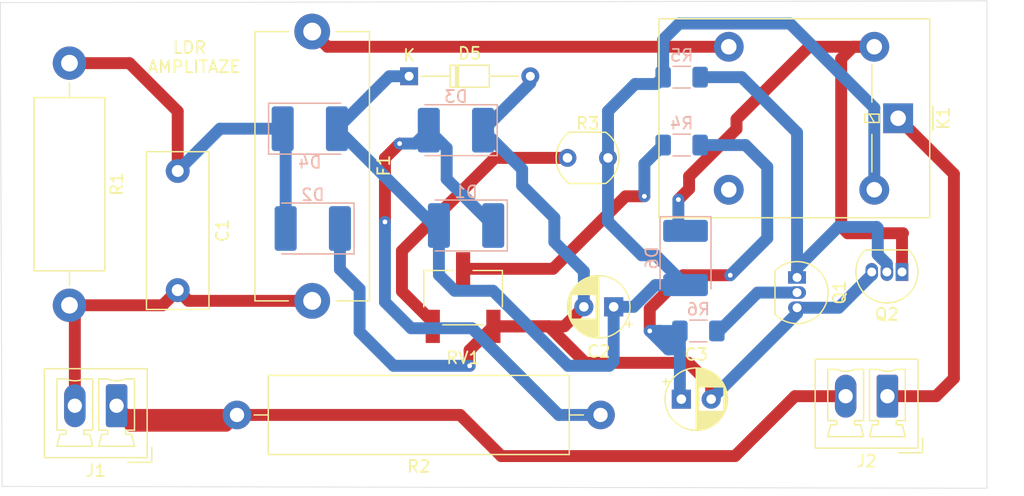
<source format=kicad_pcb>
(kicad_pcb (version 20171130) (host pcbnew "(5.1.10)-1")

  (general
    (thickness 1.6)
    (drawings 7)
    (tracks 159)
    (zones 0)
    (modules 22)
    (nets 16)
  )

  (page A4)
  (layers
    (0 F.Cu signal)
    (31 B.Cu signal)
    (32 B.Adhes user)
    (33 F.Adhes user)
    (34 B.Paste user)
    (35 F.Paste user)
    (36 B.SilkS user)
    (37 F.SilkS user)
    (38 B.Mask user)
    (39 F.Mask user)
    (40 Dwgs.User user)
    (41 Cmts.User user)
    (42 Eco1.User user)
    (43 Eco2.User user)
    (44 Edge.Cuts user)
    (45 Margin user)
    (46 B.CrtYd user)
    (47 F.CrtYd user)
    (48 B.Fab user)
    (49 F.Fab user)
  )

  (setup
    (last_trace_width 0.25)
    (user_trace_width 1)
    (trace_clearance 0.2)
    (zone_clearance 0.508)
    (zone_45_only no)
    (trace_min 0.2)
    (via_size 0.8)
    (via_drill 0.4)
    (via_min_size 0.4)
    (via_min_drill 0.3)
    (uvia_size 0.3)
    (uvia_drill 0.1)
    (uvias_allowed no)
    (uvia_min_size 0.2)
    (uvia_min_drill 0.1)
    (edge_width 0.05)
    (segment_width 0.2)
    (pcb_text_width 0.3)
    (pcb_text_size 1.5 1.5)
    (mod_edge_width 0.12)
    (mod_text_size 1 1)
    (mod_text_width 0.15)
    (pad_size 1.524 1.524)
    (pad_drill 0.762)
    (pad_to_mask_clearance 0)
    (aux_axis_origin 0 0)
    (visible_elements 7FFFFFFF)
    (pcbplotparams
      (layerselection 0x010fc_ffffffff)
      (usegerberextensions false)
      (usegerberattributes true)
      (usegerberadvancedattributes true)
      (creategerberjobfile true)
      (excludeedgelayer true)
      (linewidth 0.100000)
      (plotframeref false)
      (viasonmask false)
      (mode 1)
      (useauxorigin false)
      (hpglpennumber 1)
      (hpglpenspeed 20)
      (hpglpendiameter 15.000000)
      (psnegative false)
      (psa4output false)
      (plotreference true)
      (plotvalue true)
      (plotinvisibletext false)
      (padsonsilk false)
      (subtractmaskfromsilk false)
      (outputformat 1)
      (mirror false)
      (drillshape 1)
      (scaleselection 1)
      (outputdirectory ""))
  )

  (net 0 "")
  (net 1 "Net-(C1-Pad2)")
  (net 2 "Net-(C1-Pad1)")
  (net 3 "Net-(C2-Pad2)")
  (net 4 "Net-(C2-Pad1)")
  (net 5 "Net-(C3-Pad1)")
  (net 6 F)
  (net 7 "Net-(D6-Pad1)")
  (net 8 "Net-(F1-Pad1)")
  (net 9 "Net-(J1-Pad1)")
  (net 10 "Net-(J2-Pad1)")
  (net 11 "Net-(K1-Pad4)")
  (net 12 "Net-(Q1-Pad1)")
  (net 13 "Net-(Q1-Pad2)")
  (net 14 "Net-(R3-Pad1)")
  (net 15 "Net-(R4-Pad2)")

  (net_class Default "This is the default net class."
    (clearance 0.2)
    (trace_width 0.25)
    (via_dia 0.8)
    (via_drill 0.4)
    (uvia_dia 0.3)
    (uvia_drill 0.1)
    (add_net F)
    (add_net "Net-(C1-Pad1)")
    (add_net "Net-(C1-Pad2)")
    (add_net "Net-(C2-Pad1)")
    (add_net "Net-(C2-Pad2)")
    (add_net "Net-(C3-Pad1)")
    (add_net "Net-(D6-Pad1)")
    (add_net "Net-(F1-Pad1)")
    (add_net "Net-(J1-Pad1)")
    (add_net "Net-(J2-Pad1)")
    (add_net "Net-(K1-Pad4)")
    (add_net "Net-(Q1-Pad1)")
    (add_net "Net-(Q1-Pad2)")
    (add_net "Net-(R3-Pad1)")
    (add_net "Net-(R4-Pad2)")
  )

  (module Potentiometer_SMD:Potentiometer_Bourns_3269W_Vertical (layer F.Cu) (tedit 5A3D7171) (tstamp 60AD405B)
    (at 120.425 106.075 180)
    (descr "Potentiometer, vertical, Bourns 3269W, https://www.bourns.com/docs/Product-Datasheets/3269.pdf")
    (tags "Potentiometer vertical Bourns 3269W")
    (path /60AD70F1)
    (attr smd)
    (fp_text reference RV1 (at 0 -5.06) (layer F.SilkS)
      (effects (font (size 1 1) (thickness 0.15)))
    )
    (fp_text value R_POT (at 0 5.06) (layer F.Fab)
      (effects (font (size 1 1) (thickness 0.15)))
    )
    (fp_circle (center 2.173 0.635) (end 3.063 0.635) (layer F.Fab) (width 0.1))
    (fp_line (start -3.175 -2.165) (end -3.175 2.155) (layer F.Fab) (width 0.1))
    (fp_line (start -3.175 2.155) (end 3.175 2.155) (layer F.Fab) (width 0.1))
    (fp_line (start 3.175 2.155) (end 3.175 -2.165) (layer F.Fab) (width 0.1))
    (fp_line (start 3.175 -2.165) (end -3.175 -2.165) (layer F.Fab) (width 0.1))
    (fp_line (start 2.173 1.517) (end 2.174 -0.246) (layer F.Fab) (width 0.1))
    (fp_line (start 2.173 1.517) (end 2.174 -0.246) (layer F.Fab) (width 0.1))
    (fp_line (start -1.705 -2.285) (end 1.705 -2.285) (layer F.SilkS) (width 0.12))
    (fp_line (start -3.295 2.275) (end -0.835 2.275) (layer F.SilkS) (width 0.12))
    (fp_line (start 0.835 2.275) (end 3.295 2.275) (layer F.SilkS) (width 0.12))
    (fp_line (start -3.295 -0.779) (end -3.295 2.275) (layer F.SilkS) (width 0.12))
    (fp_line (start 3.295 -0.779) (end 3.295 2.275) (layer F.SilkS) (width 0.12))
    (fp_line (start -3.45 -4.1) (end -3.45 4.1) (layer F.CrtYd) (width 0.05))
    (fp_line (start -3.45 4.1) (end 3.45 4.1) (layer F.CrtYd) (width 0.05))
    (fp_line (start 3.45 4.1) (end 3.45 -4.1) (layer F.CrtYd) (width 0.05))
    (fp_line (start 3.45 -4.1) (end -3.45 -4.1) (layer F.CrtYd) (width 0.05))
    (fp_text user %R (at -0.501 -0.005) (layer F.Fab)
      (effects (font (size 0.89 0.89) (thickness 0.15)))
    )
    (pad 3 smd rect (at -2.54 -2.415 180) (size 1.19 2.79) (layers F.Cu F.Paste F.Mask)
      (net 3 "Net-(C2-Pad2)"))
    (pad 2 smd rect (at 0 2.415 180) (size 1.19 2.79) (layers F.Cu F.Paste F.Mask)
      (net 15 "Net-(R4-Pad2)"))
    (pad 1 smd rect (at 2.54 -2.415 180) (size 1.19 2.79) (layers F.Cu F.Paste F.Mask)
      (net 14 "Net-(R3-Pad1)"))
    (model ${KISYS3DMOD}/Potentiometer_SMD.3dshapes/Potentiometer_Bourns_3269W_Vertical.wrl
      (at (xyz 0 0 0))
      (scale (xyz 1 1 1))
      (rotate (xyz 0 0 0))
    )
  )

  (module Resistor_SMD:R_1206_3216Metric_Pad1.30x1.75mm_HandSolder (layer B.Cu) (tedit 5F68FEEE) (tstamp 60AD4043)
    (at 140.15 108.875 180)
    (descr "Resistor SMD 1206 (3216 Metric), square (rectangular) end terminal, IPC_7351 nominal with elongated pad for handsoldering. (Body size source: IPC-SM-782 page 72, https://www.pcb-3d.com/wordpress/wp-content/uploads/ipc-sm-782a_amendment_1_and_2.pdf), generated with kicad-footprint-generator")
    (tags "resistor handsolder")
    (path /60AD847D)
    (attr smd)
    (fp_text reference R6 (at 0 1.82) (layer B.SilkS)
      (effects (font (size 1 1) (thickness 0.15)) (justify mirror))
    )
    (fp_text value R (at 0 -1.82) (layer B.Fab)
      (effects (font (size 1 1) (thickness 0.15)) (justify mirror))
    )
    (fp_line (start -1.6 -0.8) (end -1.6 0.8) (layer B.Fab) (width 0.1))
    (fp_line (start -1.6 0.8) (end 1.6 0.8) (layer B.Fab) (width 0.1))
    (fp_line (start 1.6 0.8) (end 1.6 -0.8) (layer B.Fab) (width 0.1))
    (fp_line (start 1.6 -0.8) (end -1.6 -0.8) (layer B.Fab) (width 0.1))
    (fp_line (start -0.727064 0.91) (end 0.727064 0.91) (layer B.SilkS) (width 0.12))
    (fp_line (start -0.727064 -0.91) (end 0.727064 -0.91) (layer B.SilkS) (width 0.12))
    (fp_line (start -2.45 -1.12) (end -2.45 1.12) (layer B.CrtYd) (width 0.05))
    (fp_line (start -2.45 1.12) (end 2.45 1.12) (layer B.CrtYd) (width 0.05))
    (fp_line (start 2.45 1.12) (end 2.45 -1.12) (layer B.CrtYd) (width 0.05))
    (fp_line (start 2.45 -1.12) (end -2.45 -1.12) (layer B.CrtYd) (width 0.05))
    (fp_text user %R (at 0 0) (layer B.Fab)
      (effects (font (size 0.8 0.8) (thickness 0.12)) (justify mirror))
    )
    (pad 2 smd roundrect (at 1.55 0 180) (size 1.3 1.75) (layers B.Cu B.Paste B.Mask) (roundrect_rratio 0.192308)
      (net 5 "Net-(C3-Pad1)"))
    (pad 1 smd roundrect (at -1.55 0 180) (size 1.3 1.75) (layers B.Cu B.Paste B.Mask) (roundrect_rratio 0.192308)
      (net 13 "Net-(Q1-Pad2)"))
    (model ${KISYS3DMOD}/Resistor_SMD.3dshapes/R_1206_3216Metric.wrl
      (at (xyz 0 0 0))
      (scale (xyz 1 1 1))
      (rotate (xyz 0 0 0))
    )
  )

  (module Resistor_SMD:R_1206_3216Metric_Pad1.30x1.75mm_HandSolder (layer B.Cu) (tedit 5F68FEEE) (tstamp 60AD4032)
    (at 138.75 87.575 180)
    (descr "Resistor SMD 1206 (3216 Metric), square (rectangular) end terminal, IPC_7351 nominal with elongated pad for handsoldering. (Body size source: IPC-SM-782 page 72, https://www.pcb-3d.com/wordpress/wp-content/uploads/ipc-sm-782a_amendment_1_and_2.pdf), generated with kicad-footprint-generator")
    (tags "resistor handsolder")
    (path /60AD88ED)
    (attr smd)
    (fp_text reference R5 (at 0 1.82) (layer B.SilkS)
      (effects (font (size 1 1) (thickness 0.15)) (justify mirror))
    )
    (fp_text value R (at 0 -1.82) (layer B.Fab)
      (effects (font (size 1 1) (thickness 0.15)) (justify mirror))
    )
    (fp_line (start -1.6 -0.8) (end -1.6 0.8) (layer B.Fab) (width 0.1))
    (fp_line (start -1.6 0.8) (end 1.6 0.8) (layer B.Fab) (width 0.1))
    (fp_line (start 1.6 0.8) (end 1.6 -0.8) (layer B.Fab) (width 0.1))
    (fp_line (start 1.6 -0.8) (end -1.6 -0.8) (layer B.Fab) (width 0.1))
    (fp_line (start -0.727064 0.91) (end 0.727064 0.91) (layer B.SilkS) (width 0.12))
    (fp_line (start -0.727064 -0.91) (end 0.727064 -0.91) (layer B.SilkS) (width 0.12))
    (fp_line (start -2.45 -1.12) (end -2.45 1.12) (layer B.CrtYd) (width 0.05))
    (fp_line (start -2.45 1.12) (end 2.45 1.12) (layer B.CrtYd) (width 0.05))
    (fp_line (start 2.45 1.12) (end 2.45 -1.12) (layer B.CrtYd) (width 0.05))
    (fp_line (start 2.45 -1.12) (end -2.45 -1.12) (layer B.CrtYd) (width 0.05))
    (fp_text user %R (at 0.05 5.125) (layer B.Fab)
      (effects (font (size 0.8 0.8) (thickness 0.12)) (justify mirror))
    )
    (pad 2 smd roundrect (at 1.55 0 180) (size 1.3 1.75) (layers B.Cu B.Paste B.Mask) (roundrect_rratio 0.192308)
      (net 4 "Net-(C2-Pad1)"))
    (pad 1 smd roundrect (at -1.55 0 180) (size 1.3 1.75) (layers B.Cu B.Paste B.Mask) (roundrect_rratio 0.192308)
      (net 12 "Net-(Q1-Pad1)"))
    (model ${KISYS3DMOD}/Resistor_SMD.3dshapes/R_1206_3216Metric.wrl
      (at (xyz 0 0 0))
      (scale (xyz 1 1 1))
      (rotate (xyz 0 0 0))
    )
  )

  (module Resistor_SMD:R_1206_3216Metric_Pad1.30x1.75mm_HandSolder (layer B.Cu) (tedit 5F68FEEE) (tstamp 60AD4021)
    (at 138.75 93.275 180)
    (descr "Resistor SMD 1206 (3216 Metric), square (rectangular) end terminal, IPC_7351 nominal with elongated pad for handsoldering. (Body size source: IPC-SM-782 page 72, https://www.pcb-3d.com/wordpress/wp-content/uploads/ipc-sm-782a_amendment_1_and_2.pdf), generated with kicad-footprint-generator")
    (tags "resistor handsolder")
    (path /60AD7A6B)
    (attr smd)
    (fp_text reference R4 (at 0 1.82) (layer B.SilkS)
      (effects (font (size 1 1) (thickness 0.15)) (justify mirror))
    )
    (fp_text value R (at 0 -1.82) (layer B.Fab)
      (effects (font (size 1 1) (thickness 0.15)) (justify mirror))
    )
    (fp_line (start -1.6 -0.8) (end -1.6 0.8) (layer B.Fab) (width 0.1))
    (fp_line (start -1.6 0.8) (end 1.6 0.8) (layer B.Fab) (width 0.1))
    (fp_line (start 1.6 0.8) (end 1.6 -0.8) (layer B.Fab) (width 0.1))
    (fp_line (start 1.6 -0.8) (end -1.6 -0.8) (layer B.Fab) (width 0.1))
    (fp_line (start -0.727064 0.91) (end 0.727064 0.91) (layer B.SilkS) (width 0.12))
    (fp_line (start -0.727064 -0.91) (end 0.727064 -0.91) (layer B.SilkS) (width 0.12))
    (fp_line (start -2.45 -1.12) (end -2.45 1.12) (layer B.CrtYd) (width 0.05))
    (fp_line (start -2.45 1.12) (end 2.45 1.12) (layer B.CrtYd) (width 0.05))
    (fp_line (start 2.45 1.12) (end 2.45 -1.12) (layer B.CrtYd) (width 0.05))
    (fp_line (start 2.45 -1.12) (end -2.45 -1.12) (layer B.CrtYd) (width 0.05))
    (fp_text user %R (at 0 0) (layer B.Fab)
      (effects (font (size 0.8 0.8) (thickness 0.12)) (justify mirror))
    )
    (pad 2 smd roundrect (at 1.55 0 180) (size 1.3 1.75) (layers B.Cu B.Paste B.Mask) (roundrect_rratio 0.192308)
      (net 15 "Net-(R4-Pad2)"))
    (pad 1 smd roundrect (at -1.55 0 180) (size 1.3 1.75) (layers B.Cu B.Paste B.Mask) (roundrect_rratio 0.192308)
      (net 5 "Net-(C3-Pad1)"))
    (model ${KISYS3DMOD}/Resistor_SMD.3dshapes/R_1206_3216Metric.wrl
      (at (xyz 0 0 0))
      (scale (xyz 1 1 1))
      (rotate (xyz 0 0 0))
    )
  )

  (module OptoDevice:R_LDR_5.1x4.3mm_P3.4mm_Vertical (layer F.Cu) (tedit 5B8603DB) (tstamp 60AD4010)
    (at 129.175 94.35)
    (descr "Resistor, LDR 5.1x3.4mm, see http://yourduino.com/docs/Photoresistor-5516-datasheet.pdf")
    (tags "Resistor LDR5.1x3.4mm")
    (path /60AD6122)
    (fp_text reference R3 (at 1.7 -2.9) (layer F.SilkS)
      (effects (font (size 1 1) (thickness 0.15)))
    )
    (fp_text value LDR07 (at 1.5 3) (layer F.Fab)
      (effects (font (size 1 1) (thickness 0.15)))
    )
    (fp_line (start 0.15 2.15) (end 3.2 2.15) (layer F.SilkS) (width 0.12))
    (fp_line (start 0.15 -2.15) (end 3.2 -2.15) (layer F.SilkS) (width 0.12))
    (fp_line (start 1 0) (end 2.3 0) (layer F.Fab) (width 0.1))
    (fp_line (start 2.3 0) (end 2.3 -0.6) (layer F.Fab) (width 0.1))
    (fp_line (start 2.3 -0.6) (end 0.8 -0.6) (layer F.Fab) (width 0.1))
    (fp_line (start 2.6 0.6) (end 1 0.6) (layer F.Fab) (width 0.1))
    (fp_line (start 0.8 -1.8) (end 2.6 -1.8) (layer F.Fab) (width 0.1))
    (fp_line (start 2.6 -1.8) (end 2.6 -1.2) (layer F.Fab) (width 0.1))
    (fp_line (start 2.6 -1.2) (end 0.8 -1.2) (layer F.Fab) (width 0.1))
    (fp_line (start 0.8 -1.2) (end 0.8 -0.6) (layer F.Fab) (width 0.1))
    (fp_line (start 1 0) (end 1 0.6) (layer F.Fab) (width 0.1))
    (fp_line (start 2.6 0.6) (end 2.6 1.2) (layer F.Fab) (width 0.1))
    (fp_line (start 2.6 1.2) (end 0.8 1.2) (layer F.Fab) (width 0.1))
    (fp_line (start 0.8 1.2) (end 0.8 1.8) (layer F.Fab) (width 0.1))
    (fp_line (start 0.8 1.8) (end 2.6 1.8) (layer F.Fab) (width 0.1))
    (fp_line (start 3.2 2.1) (end 0.2 2.1) (layer F.Fab) (width 0.1))
    (fp_line (start 0.2 -2.1) (end 3.2 -2.1) (layer F.Fab) (width 0.1))
    (fp_line (start -1.13 -2.35) (end 4.53 -2.35) (layer F.CrtYd) (width 0.05))
    (fp_line (start -1.13 -2.35) (end -1.13 2.35) (layer F.CrtYd) (width 0.05))
    (fp_line (start 4.53 2.35) (end 4.53 -2.35) (layer F.CrtYd) (width 0.05))
    (fp_line (start 4.53 2.35) (end -1.13 2.35) (layer F.CrtYd) (width 0.05))
    (fp_arc (start 1.7 0) (end 0.2 2.1) (angle 109) (layer F.Fab) (width 0.1))
    (fp_arc (start 1.7 0) (end 3.2 -2.1) (angle 109) (layer F.Fab) (width 0.1))
    (fp_arc (start 1.7 0) (end 3.2 -2.15) (angle 109) (layer F.SilkS) (width 0.12))
    (fp_arc (start 1.7 0) (end 0.15 2.15) (angle 109) (layer F.SilkS) (width 0.12))
    (fp_text user %R (at 1.7 -2.9) (layer F.Fab)
      (effects (font (size 1 1) (thickness 0.15)))
    )
    (pad 2 thru_hole circle (at 3.4 0) (size 1.5 1.5) (drill 0.8) (layers *.Cu *.Mask)
      (net 4 "Net-(C2-Pad1)"))
    (pad 1 thru_hole circle (at 0 0) (size 1.5 1.5) (drill 0.8) (layers *.Cu *.Mask)
      (net 14 "Net-(R3-Pad1)"))
    (model ${KISYS3DMOD}/OptoDevice.3dshapes/R_LDR_5.1x4.3mm_P3.4mm_Vertical.wrl
      (at (xyz 0 0 0))
      (scale (xyz 1 1 1))
      (rotate (xyz 0 0 0))
    )
  )

  (module Resistor_THT:R_Axial_Power_L25.0mm_W6.4mm_P30.48mm (layer F.Cu) (tedit 5AE5139B) (tstamp 60AD3FF0)
    (at 131.95 115.925 180)
    (descr "Resistor, Axial_Power series, Box, pin pitch=30.48mm, 5W, length*width*height=25*6.4*6.4mm^3, http://cdn-reichelt.de/documents/datenblatt/B400/5WAXIAL_9WAXIAL_11WAXIAL_17WAXIAL%23YAG.pdf")
    (tags "Resistor Axial_Power series Box pin pitch 30.48mm 5W length 25mm width 6.4mm height 6.4mm")
    (path /60ACE6B9)
    (fp_text reference R2 (at 15.24 -4.32) (layer F.SilkS)
      (effects (font (size 1 1) (thickness 0.15)))
    )
    (fp_text value R (at 15.24 4.32) (layer F.Fab)
      (effects (font (size 1 1) (thickness 0.15)))
    )
    (fp_line (start 2.74 -3.2) (end 2.74 3.2) (layer F.Fab) (width 0.1))
    (fp_line (start 2.74 3.2) (end 27.74 3.2) (layer F.Fab) (width 0.1))
    (fp_line (start 27.74 3.2) (end 27.74 -3.2) (layer F.Fab) (width 0.1))
    (fp_line (start 27.74 -3.2) (end 2.74 -3.2) (layer F.Fab) (width 0.1))
    (fp_line (start 0 0) (end 2.74 0) (layer F.Fab) (width 0.1))
    (fp_line (start 30.48 0) (end 27.74 0) (layer F.Fab) (width 0.1))
    (fp_line (start 2.62 -3.32) (end 2.62 3.32) (layer F.SilkS) (width 0.12))
    (fp_line (start 2.62 3.32) (end 27.86 3.32) (layer F.SilkS) (width 0.12))
    (fp_line (start 27.86 3.32) (end 27.86 -3.32) (layer F.SilkS) (width 0.12))
    (fp_line (start 27.86 -3.32) (end 2.62 -3.32) (layer F.SilkS) (width 0.12))
    (fp_line (start 1.44 0) (end 2.62 0) (layer F.SilkS) (width 0.12))
    (fp_line (start 29.04 0) (end 27.86 0) (layer F.SilkS) (width 0.12))
    (fp_line (start -1.45 -3.45) (end -1.45 3.45) (layer F.CrtYd) (width 0.05))
    (fp_line (start -1.45 3.45) (end 31.94 3.45) (layer F.CrtYd) (width 0.05))
    (fp_line (start 31.94 3.45) (end 31.94 -3.45) (layer F.CrtYd) (width 0.05))
    (fp_line (start 31.94 -3.45) (end -1.45 -3.45) (layer F.CrtYd) (width 0.05))
    (fp_text user %R (at 15.24 0) (layer F.Fab)
      (effects (font (size 1 1) (thickness 0.15)))
    )
    (pad 2 thru_hole oval (at 30.48 0 180) (size 2.4 2.4) (drill 1.2) (layers *.Cu *.Mask)
      (net 9 "Net-(J1-Pad1)"))
    (pad 1 thru_hole circle (at 0 0 180) (size 2.4 2.4) (drill 1.2) (layers *.Cu *.Mask)
      (net 6 F))
    (model ${KISYS3DMOD}/Resistor_THT.3dshapes/R_Axial_Power_L25.0mm_W6.4mm_P30.48mm.wrl
      (at (xyz 0 0 0))
      (scale (xyz 1 1 1))
      (rotate (xyz 0 0 0))
    )
  )

  (module Resistor_THT:R_Axial_DIN0614_L14.3mm_D5.7mm_P20.32mm_Horizontal (layer F.Cu) (tedit 5AE5139B) (tstamp 60AD3FD9)
    (at 87.425 86.4 270)
    (descr "Resistor, Axial_DIN0614 series, Axial, Horizontal, pin pitch=20.32mm, 1.5W, length*diameter=14.3*5.7mm^2")
    (tags "Resistor Axial_DIN0614 series Axial Horizontal pin pitch 20.32mm 1.5W length 14.3mm diameter 5.7mm")
    (path /60ACE183)
    (fp_text reference R1 (at 10.16 -3.97 90) (layer F.SilkS)
      (effects (font (size 1 1) (thickness 0.15)))
    )
    (fp_text value R (at 10.16 3.97 90) (layer F.Fab)
      (effects (font (size 1 1) (thickness 0.15)))
    )
    (fp_line (start 3.01 -2.85) (end 3.01 2.85) (layer F.Fab) (width 0.1))
    (fp_line (start 3.01 2.85) (end 17.31 2.85) (layer F.Fab) (width 0.1))
    (fp_line (start 17.31 2.85) (end 17.31 -2.85) (layer F.Fab) (width 0.1))
    (fp_line (start 17.31 -2.85) (end 3.01 -2.85) (layer F.Fab) (width 0.1))
    (fp_line (start 0 0) (end 3.01 0) (layer F.Fab) (width 0.1))
    (fp_line (start 20.32 0) (end 17.31 0) (layer F.Fab) (width 0.1))
    (fp_line (start 2.89 -2.97) (end 2.89 2.97) (layer F.SilkS) (width 0.12))
    (fp_line (start 2.89 2.97) (end 17.43 2.97) (layer F.SilkS) (width 0.12))
    (fp_line (start 17.43 2.97) (end 17.43 -2.97) (layer F.SilkS) (width 0.12))
    (fp_line (start 17.43 -2.97) (end 2.89 -2.97) (layer F.SilkS) (width 0.12))
    (fp_line (start 1.64 0) (end 2.89 0) (layer F.SilkS) (width 0.12))
    (fp_line (start 18.68 0) (end 17.43 0) (layer F.SilkS) (width 0.12))
    (fp_line (start -1.65 -3.1) (end -1.65 3.1) (layer F.CrtYd) (width 0.05))
    (fp_line (start -1.65 3.1) (end 21.97 3.1) (layer F.CrtYd) (width 0.05))
    (fp_line (start 21.97 3.1) (end 21.97 -3.1) (layer F.CrtYd) (width 0.05))
    (fp_line (start 21.97 -3.1) (end -1.65 -3.1) (layer F.CrtYd) (width 0.05))
    (fp_text user %R (at 10.16 0 90) (layer F.Fab)
      (effects (font (size 1 1) (thickness 0.15)))
    )
    (pad 2 thru_hole oval (at 20.32 0 270) (size 2.8 2.8) (drill 1.4) (layers *.Cu *.Mask)
      (net 1 "Net-(C1-Pad2)"))
    (pad 1 thru_hole circle (at 0 0 270) (size 2.8 2.8) (drill 1.4) (layers *.Cu *.Mask)
      (net 2 "Net-(C1-Pad1)"))
    (model ${KISYS3DMOD}/Resistor_THT.3dshapes/R_Axial_DIN0614_L14.3mm_D5.7mm_P20.32mm_Horizontal.wrl
      (at (xyz 0 0 0))
      (scale (xyz 1 1 1))
      (rotate (xyz 0 0 0))
    )
  )

  (module Package_TO_SOT_THT:TO-92_Inline (layer F.Cu) (tedit 5A1DD157) (tstamp 60AD3FC2)
    (at 157.225 103.925 180)
    (descr "TO-92 leads in-line, narrow, oval pads, drill 0.75mm (see NXP sot054_po.pdf)")
    (tags "to-92 sc-43 sc-43a sot54 PA33 transistor")
    (path /60ADF66D)
    (fp_text reference Q2 (at 1.27 -3.56) (layer F.SilkS)
      (effects (font (size 1 1) (thickness 0.15)))
    )
    (fp_text value BC547 (at 1.27 2.79) (layer F.Fab)
      (effects (font (size 1 1) (thickness 0.15)))
    )
    (fp_line (start -0.53 1.85) (end 3.07 1.85) (layer F.SilkS) (width 0.12))
    (fp_line (start -0.5 1.75) (end 3 1.75) (layer F.Fab) (width 0.1))
    (fp_line (start -1.46 -2.73) (end 4 -2.73) (layer F.CrtYd) (width 0.05))
    (fp_line (start -1.46 -2.73) (end -1.46 2.01) (layer F.CrtYd) (width 0.05))
    (fp_line (start 4 2.01) (end 4 -2.73) (layer F.CrtYd) (width 0.05))
    (fp_line (start 4 2.01) (end -1.46 2.01) (layer F.CrtYd) (width 0.05))
    (fp_arc (start 1.27 0) (end 1.27 -2.6) (angle 135) (layer F.SilkS) (width 0.12))
    (fp_arc (start 1.27 0) (end 1.27 -2.48) (angle -135) (layer F.Fab) (width 0.1))
    (fp_arc (start 1.27 0) (end 1.27 -2.6) (angle -135) (layer F.SilkS) (width 0.12))
    (fp_arc (start 1.27 0) (end 1.27 -2.48) (angle 135) (layer F.Fab) (width 0.1))
    (fp_text user %R (at 1.27 0) (layer F.Fab)
      (effects (font (size 1 1) (thickness 0.15)))
    )
    (pad 1 thru_hole rect (at 0 0 180) (size 1.05 1.5) (drill 0.75) (layers *.Cu *.Mask)
      (net 7 "Net-(D6-Pad1)"))
    (pad 3 thru_hole oval (at 2.54 0 180) (size 1.05 1.5) (drill 0.75) (layers *.Cu *.Mask)
      (net 3 "Net-(C2-Pad2)"))
    (pad 2 thru_hole oval (at 1.27 0 180) (size 1.05 1.5) (drill 0.75) (layers *.Cu *.Mask)
      (net 12 "Net-(Q1-Pad1)"))
    (model ${KISYS3DMOD}/Package_TO_SOT_THT.3dshapes/TO-92_Inline.wrl
      (at (xyz 0 0 0))
      (scale (xyz 1 1 1))
      (rotate (xyz 0 0 0))
    )
  )

  (module Package_TO_SOT_THT:TO-92_Inline (layer F.Cu) (tedit 5A1DD157) (tstamp 60AD3FB0)
    (at 148.425 104.385 270)
    (descr "TO-92 leads in-line, narrow, oval pads, drill 0.75mm (see NXP sot054_po.pdf)")
    (tags "to-92 sc-43 sc-43a sot54 PA33 transistor")
    (path /60ADB936)
    (fp_text reference Q1 (at 1.27 -3.56 90) (layer F.SilkS)
      (effects (font (size 1 1) (thickness 0.15)))
    )
    (fp_text value BC547 (at 1.27 2.79 90) (layer F.Fab)
      (effects (font (size 1 1) (thickness 0.15)))
    )
    (fp_line (start -0.53 1.85) (end 3.07 1.85) (layer F.SilkS) (width 0.12))
    (fp_line (start -0.5 1.75) (end 3 1.75) (layer F.Fab) (width 0.1))
    (fp_line (start -1.46 -2.73) (end 4 -2.73) (layer F.CrtYd) (width 0.05))
    (fp_line (start -1.46 -2.73) (end -1.46 2.01) (layer F.CrtYd) (width 0.05))
    (fp_line (start 4 2.01) (end 4 -2.73) (layer F.CrtYd) (width 0.05))
    (fp_line (start 4 2.01) (end -1.46 2.01) (layer F.CrtYd) (width 0.05))
    (fp_arc (start 1.27 0) (end 1.27 -2.6) (angle 135) (layer F.SilkS) (width 0.12))
    (fp_arc (start 1.27 0) (end 1.27 -2.48) (angle -135) (layer F.Fab) (width 0.1))
    (fp_arc (start 1.27 0) (end 1.27 -2.6) (angle -135) (layer F.SilkS) (width 0.12))
    (fp_arc (start 1.27 0) (end 1.27 -2.48) (angle 135) (layer F.Fab) (width 0.1))
    (fp_text user %R (at 1.27 0 90) (layer F.Fab)
      (effects (font (size 1 1) (thickness 0.15)))
    )
    (pad 1 thru_hole rect (at 0 0 270) (size 1.05 1.5) (drill 0.75) (layers *.Cu *.Mask)
      (net 12 "Net-(Q1-Pad1)"))
    (pad 3 thru_hole oval (at 2.54 0 270) (size 1.05 1.5) (drill 0.75) (layers *.Cu *.Mask)
      (net 3 "Net-(C2-Pad2)"))
    (pad 2 thru_hole oval (at 1.27 0 270) (size 1.05 1.5) (drill 0.75) (layers *.Cu *.Mask)
      (net 13 "Net-(Q1-Pad2)"))
    (model ${KISYS3DMOD}/Package_TO_SOT_THT.3dshapes/TO-92_Inline.wrl
      (at (xyz 0 0 0))
      (scale (xyz 1 1 1))
      (rotate (xyz 0 0 0))
    )
  )

  (module Relay_THT:Relay_SPDT_Omron-G5LE-1 (layer F.Cu) (tedit 5AE38B37) (tstamp 60AD3F9E)
    (at 156.9 91.025 270)
    (descr "Omron Relay SPDT, http://www.omron.com/ecb/products/pdf/en-g5le.pdf")
    (tags "Omron Relay SPDT")
    (path /60AE2101)
    (fp_text reference K1 (at 0 -3.8 90) (layer F.SilkS)
      (effects (font (size 1 1) (thickness 0.15)))
    )
    (fp_text value G5LE-1 (at 0 20.95 90) (layer F.Fab)
      (effects (font (size 1 1) (thickness 0.15)))
    )
    (fp_line (start 0 -1.55) (end 1 -2.55) (layer F.Fab) (width 0.1))
    (fp_line (start 1 -2.55) (end 8.25 -2.55) (layer F.Fab) (width 0.1))
    (fp_line (start 8.25 -2.55) (end 8.25 19.95) (layer F.Fab) (width 0.1))
    (fp_line (start 8.25 19.95) (end -8.25 19.95) (layer F.Fab) (width 0.1))
    (fp_line (start -8.25 19.95) (end -8.25 -2.55) (layer F.Fab) (width 0.1))
    (fp_line (start -8.25 -2.55) (end -1 -2.55) (layer F.Fab) (width 0.1))
    (fp_line (start -1 -2.55) (end 0 -1.55) (layer F.Fab) (width 0.1))
    (fp_line (start -4.5 2) (end 4.5 2) (layer F.Fab) (width 0.1))
    (fp_line (start 8.35 20.05) (end 8.35 -2.65) (layer F.SilkS) (width 0.12))
    (fp_line (start 8.35 -2.65) (end -8.35 -2.65) (layer F.SilkS) (width 0.12))
    (fp_line (start -8.35 -2.65) (end -8.35 20.05) (layer F.SilkS) (width 0.12))
    (fp_line (start -8.35 20.05) (end 8.35 20.05) (layer F.SilkS) (width 0.12))
    (fp_line (start -0.35 2.4) (end 0.35 2) (layer F.SilkS) (width 0.12))
    (fp_line (start 0.35 2.8) (end 0.35 1.6) (layer F.SilkS) (width 0.12))
    (fp_line (start 0.35 1.6) (end -0.35 1.6) (layer F.SilkS) (width 0.12))
    (fp_line (start -0.35 1.6) (end -0.35 2.8) (layer F.SilkS) (width 0.12))
    (fp_line (start -0.35 2.8) (end 0.35 2.8) (layer F.SilkS) (width 0.12))
    (fp_line (start -1 -2.91) (end 1 -2.91) (layer F.SilkS) (width 0.12))
    (fp_line (start -4.5 2.2) (end -1.35 2.2) (layer F.SilkS) (width 0.12))
    (fp_line (start 1.35 2.2) (end 4.5 2.2) (layer F.SilkS) (width 0.12))
    (fp_line (start 8.5 20.2) (end 8.5 -2.8) (layer F.CrtYd) (width 0.05))
    (fp_line (start 8.5 -2.8) (end -8.5 -2.8) (layer F.CrtYd) (width 0.05))
    (fp_line (start -8.5 -2.8) (end -8.5 20.2) (layer F.CrtYd) (width 0.05))
    (fp_line (start -8.5 20.2) (end 8.5 20.2) (layer F.CrtYd) (width 0.05))
    (fp_text user %R (at 0 8.7 90) (layer F.Fab)
      (effects (font (size 1 1) (thickness 0.15)))
    )
    (pad 5 thru_hole oval (at 6 2 270) (size 2.5 2.5) (drill 1.3) (layers *.Cu *.Mask)
      (net 4 "Net-(C2-Pad1)"))
    (pad 4 thru_hole oval (at 6 14.2 270) (size 2.5 2.5) (drill 1.3) (layers *.Cu *.Mask)
      (net 11 "Net-(K1-Pad4)"))
    (pad 3 thru_hole oval (at -6 14.2 270) (size 2.5 2.5) (drill 1.3) (layers *.Cu *.Mask)
      (net 8 "Net-(F1-Pad1)"))
    (pad 2 thru_hole oval (at -6 2 270) (size 2.5 2.5) (drill 1.3) (layers *.Cu *.Mask)
      (net 7 "Net-(D6-Pad1)"))
    (pad 1 thru_hole rect (at 0 0 270) (size 2.5 2.5) (drill 1.3) (layers *.Cu *.Mask)
      (net 10 "Net-(J2-Pad1)"))
    (model ${KISYS3DMOD}/Relay_THT.3dshapes/Relay_SPDT_Omron-G5LE-1.wrl
      (at (xyz 0 0 0))
      (scale (xyz 1 1 1))
      (rotate (xyz 0 0 0))
    )
  )

  (module Connector_Phoenix_MC:PhoenixContact_MCV_1,5_2-G-3.5_1x02_P3.50mm_Vertical (layer F.Cu) (tedit 5B784ED0) (tstamp 60AD3F7C)
    (at 156 114.35 180)
    (descr "Generic Phoenix Contact connector footprint for: MCV_1,5/2-G-3.5; number of pins: 02; pin pitch: 3.50mm; Vertical || order number: 1843606 8A 160V")
    (tags "phoenix_contact connector MCV_01x02_G_3.5mm")
    (path /60ADAE36)
    (fp_text reference J2 (at 1.75 -5.45) (layer F.SilkS)
      (effects (font (size 1 1) (thickness 0.15)))
    )
    (fp_text value Conn_01x02 (at 1.75 4.2) (layer F.Fab)
      (effects (font (size 1 1) (thickness 0.15)))
    )
    (fp_line (start -2.56 -4.36) (end -2.56 3.11) (layer F.SilkS) (width 0.12))
    (fp_line (start -2.56 3.11) (end 6.06 3.11) (layer F.SilkS) (width 0.12))
    (fp_line (start 6.06 3.11) (end 6.06 -4.36) (layer F.SilkS) (width 0.12))
    (fp_line (start 6.06 -4.36) (end -2.56 -4.36) (layer F.SilkS) (width 0.12))
    (fp_line (start -2.45 -4.25) (end -2.45 3) (layer F.Fab) (width 0.1))
    (fp_line (start -2.45 3) (end 5.95 3) (layer F.Fab) (width 0.1))
    (fp_line (start 5.95 3) (end 5.95 -4.25) (layer F.Fab) (width 0.1))
    (fp_line (start 5.95 -4.25) (end -2.45 -4.25) (layer F.Fab) (width 0.1))
    (fp_line (start -0.75 2.25) (end -1.5 2.25) (layer F.SilkS) (width 0.12))
    (fp_line (start -1.5 2.25) (end -1.5 -2.05) (layer F.SilkS) (width 0.12))
    (fp_line (start -1.5 -2.05) (end -0.75 -2.05) (layer F.SilkS) (width 0.12))
    (fp_line (start -0.75 -2.05) (end -0.75 -2.4) (layer F.SilkS) (width 0.12))
    (fp_line (start -0.75 -2.4) (end -1.25 -2.4) (layer F.SilkS) (width 0.12))
    (fp_line (start -1.25 -2.4) (end -1.5 -3.4) (layer F.SilkS) (width 0.12))
    (fp_line (start -1.5 -3.4) (end 1.5 -3.4) (layer F.SilkS) (width 0.12))
    (fp_line (start 1.5 -3.4) (end 1.25 -2.4) (layer F.SilkS) (width 0.12))
    (fp_line (start 1.25 -2.4) (end 0.75 -2.4) (layer F.SilkS) (width 0.12))
    (fp_line (start 0.75 -2.4) (end 0.75 -2.05) (layer F.SilkS) (width 0.12))
    (fp_line (start 0.75 -2.05) (end 1.5 -2.05) (layer F.SilkS) (width 0.12))
    (fp_line (start 1.5 -2.05) (end 1.5 2.25) (layer F.SilkS) (width 0.12))
    (fp_line (start 1.5 2.25) (end 0.75 2.25) (layer F.SilkS) (width 0.12))
    (fp_line (start 2.75 2.25) (end 2 2.25) (layer F.SilkS) (width 0.12))
    (fp_line (start 2 2.25) (end 2 -2.05) (layer F.SilkS) (width 0.12))
    (fp_line (start 2 -2.05) (end 2.75 -2.05) (layer F.SilkS) (width 0.12))
    (fp_line (start 2.75 -2.05) (end 2.75 -2.4) (layer F.SilkS) (width 0.12))
    (fp_line (start 2.75 -2.4) (end 2.25 -2.4) (layer F.SilkS) (width 0.12))
    (fp_line (start 2.25 -2.4) (end 2 -3.4) (layer F.SilkS) (width 0.12))
    (fp_line (start 2 -3.4) (end 5 -3.4) (layer F.SilkS) (width 0.12))
    (fp_line (start 5 -3.4) (end 4.75 -2.4) (layer F.SilkS) (width 0.12))
    (fp_line (start 4.75 -2.4) (end 4.25 -2.4) (layer F.SilkS) (width 0.12))
    (fp_line (start 4.25 -2.4) (end 4.25 -2.05) (layer F.SilkS) (width 0.12))
    (fp_line (start 4.25 -2.05) (end 5 -2.05) (layer F.SilkS) (width 0.12))
    (fp_line (start 5 -2.05) (end 5 2.25) (layer F.SilkS) (width 0.12))
    (fp_line (start 5 2.25) (end 4.25 2.25) (layer F.SilkS) (width 0.12))
    (fp_line (start -2.95 -4.75) (end -2.95 3.5) (layer F.CrtYd) (width 0.05))
    (fp_line (start -2.95 3.5) (end 6.45 3.5) (layer F.CrtYd) (width 0.05))
    (fp_line (start 6.45 3.5) (end 6.45 -4.75) (layer F.CrtYd) (width 0.05))
    (fp_line (start 6.45 -4.75) (end -2.95 -4.75) (layer F.CrtYd) (width 0.05))
    (fp_line (start -2.95 -3.5) (end -2.95 -4.75) (layer F.SilkS) (width 0.12))
    (fp_line (start -2.95 -4.75) (end -0.95 -4.75) (layer F.SilkS) (width 0.12))
    (fp_line (start -2.95 -3.5) (end -2.95 -4.75) (layer F.Fab) (width 0.1))
    (fp_line (start -2.95 -4.75) (end -0.95 -4.75) (layer F.Fab) (width 0.1))
    (fp_text user %R (at 1.75 -3.55) (layer F.Fab)
      (effects (font (size 1 1) (thickness 0.15)))
    )
    (fp_arc (start 3.5 3.95) (end 2.75 2.25) (angle 47.6) (layer F.SilkS) (width 0.12))
    (fp_arc (start 0 3.95) (end -0.75 2.25) (angle 47.6) (layer F.SilkS) (width 0.12))
    (pad 2 thru_hole oval (at 3.5 0 180) (size 1.8 3.6) (drill 1.2) (layers *.Cu *.Mask)
      (net 9 "Net-(J1-Pad1)"))
    (pad 1 thru_hole roundrect (at 0 0 180) (size 1.8 3.6) (drill 1.2) (layers *.Cu *.Mask) (roundrect_rratio 0.138889)
      (net 10 "Net-(J2-Pad1)"))
    (model ${KISYS3DMOD}/Connector_Phoenix_MC.3dshapes/PhoenixContact_MCV_1,5_2-G-3.5_1x02_P3.50mm_Vertical.wrl
      (at (xyz 0 0 0))
      (scale (xyz 1 1 1))
      (rotate (xyz 0 0 0))
    )
  )

  (module Connector_Phoenix_MC:PhoenixContact_MCV_1,5_2-G-3.5_1x02_P3.50mm_Vertical (layer F.Cu) (tedit 5B784ED0) (tstamp 60AD3F49)
    (at 91.375 115.15 180)
    (descr "Generic Phoenix Contact connector footprint for: MCV_1,5/2-G-3.5; number of pins: 02; pin pitch: 3.50mm; Vertical || order number: 1843606 8A 160V")
    (tags "phoenix_contact connector MCV_01x02_G_3.5mm")
    (path /60ACD554)
    (fp_text reference J1 (at 1.75 -5.45) (layer F.SilkS)
      (effects (font (size 1 1) (thickness 0.15)))
    )
    (fp_text value Conn_01x02 (at 1.75 4.2) (layer F.Fab)
      (effects (font (size 1 1) (thickness 0.15)))
    )
    (fp_line (start -2.56 -4.36) (end -2.56 3.11) (layer F.SilkS) (width 0.12))
    (fp_line (start -2.56 3.11) (end 6.06 3.11) (layer F.SilkS) (width 0.12))
    (fp_line (start 6.06 3.11) (end 6.06 -4.36) (layer F.SilkS) (width 0.12))
    (fp_line (start 6.06 -4.36) (end -2.56 -4.36) (layer F.SilkS) (width 0.12))
    (fp_line (start -2.45 -4.25) (end -2.45 3) (layer F.Fab) (width 0.1))
    (fp_line (start -2.45 3) (end 5.95 3) (layer F.Fab) (width 0.1))
    (fp_line (start 5.95 3) (end 5.95 -4.25) (layer F.Fab) (width 0.1))
    (fp_line (start 5.95 -4.25) (end -2.45 -4.25) (layer F.Fab) (width 0.1))
    (fp_line (start -0.75 2.25) (end -1.5 2.25) (layer F.SilkS) (width 0.12))
    (fp_line (start -1.5 2.25) (end -1.5 -2.05) (layer F.SilkS) (width 0.12))
    (fp_line (start -1.5 -2.05) (end -0.75 -2.05) (layer F.SilkS) (width 0.12))
    (fp_line (start -0.75 -2.05) (end -0.75 -2.4) (layer F.SilkS) (width 0.12))
    (fp_line (start -0.75 -2.4) (end -1.25 -2.4) (layer F.SilkS) (width 0.12))
    (fp_line (start -1.25 -2.4) (end -1.5 -3.4) (layer F.SilkS) (width 0.12))
    (fp_line (start -1.5 -3.4) (end 1.5 -3.4) (layer F.SilkS) (width 0.12))
    (fp_line (start 1.5 -3.4) (end 1.25 -2.4) (layer F.SilkS) (width 0.12))
    (fp_line (start 1.25 -2.4) (end 0.75 -2.4) (layer F.SilkS) (width 0.12))
    (fp_line (start 0.75 -2.4) (end 0.75 -2.05) (layer F.SilkS) (width 0.12))
    (fp_line (start 0.75 -2.05) (end 1.5 -2.05) (layer F.SilkS) (width 0.12))
    (fp_line (start 1.5 -2.05) (end 1.5 2.25) (layer F.SilkS) (width 0.12))
    (fp_line (start 1.5 2.25) (end 0.75 2.25) (layer F.SilkS) (width 0.12))
    (fp_line (start 2.75 2.25) (end 2 2.25) (layer F.SilkS) (width 0.12))
    (fp_line (start 2 2.25) (end 2 -2.05) (layer F.SilkS) (width 0.12))
    (fp_line (start 2 -2.05) (end 2.75 -2.05) (layer F.SilkS) (width 0.12))
    (fp_line (start 2.75 -2.05) (end 2.75 -2.4) (layer F.SilkS) (width 0.12))
    (fp_line (start 2.75 -2.4) (end 2.25 -2.4) (layer F.SilkS) (width 0.12))
    (fp_line (start 2.25 -2.4) (end 2 -3.4) (layer F.SilkS) (width 0.12))
    (fp_line (start 2 -3.4) (end 5 -3.4) (layer F.SilkS) (width 0.12))
    (fp_line (start 5 -3.4) (end 4.75 -2.4) (layer F.SilkS) (width 0.12))
    (fp_line (start 4.75 -2.4) (end 4.25 -2.4) (layer F.SilkS) (width 0.12))
    (fp_line (start 4.25 -2.4) (end 4.25 -2.05) (layer F.SilkS) (width 0.12))
    (fp_line (start 4.25 -2.05) (end 5 -2.05) (layer F.SilkS) (width 0.12))
    (fp_line (start 5 -2.05) (end 5 2.25) (layer F.SilkS) (width 0.12))
    (fp_line (start 5 2.25) (end 4.25 2.25) (layer F.SilkS) (width 0.12))
    (fp_line (start -2.95 -4.75) (end -2.95 3.5) (layer F.CrtYd) (width 0.05))
    (fp_line (start -2.95 3.5) (end 6.45 3.5) (layer F.CrtYd) (width 0.05))
    (fp_line (start 6.45 3.5) (end 6.45 -4.75) (layer F.CrtYd) (width 0.05))
    (fp_line (start 6.45 -4.75) (end -2.95 -4.75) (layer F.CrtYd) (width 0.05))
    (fp_line (start -2.95 -3.5) (end -2.95 -4.75) (layer F.SilkS) (width 0.12))
    (fp_line (start -2.95 -4.75) (end -0.95 -4.75) (layer F.SilkS) (width 0.12))
    (fp_line (start -2.95 -3.5) (end -2.95 -4.75) (layer F.Fab) (width 0.1))
    (fp_line (start -2.95 -4.75) (end -0.95 -4.75) (layer F.Fab) (width 0.1))
    (fp_text user %R (at 1.75 -3.55) (layer F.Fab)
      (effects (font (size 1 1) (thickness 0.15)))
    )
    (fp_arc (start 3.5 3.95) (end 2.75 2.25) (angle 47.6) (layer F.SilkS) (width 0.12))
    (fp_arc (start 0 3.95) (end -0.75 2.25) (angle 47.6) (layer F.SilkS) (width 0.12))
    (pad 2 thru_hole oval (at 3.5 0 180) (size 1.8 3.6) (drill 1.2) (layers *.Cu *.Mask)
      (net 1 "Net-(C1-Pad2)"))
    (pad 1 thru_hole roundrect (at 0 0 180) (size 1.8 3.6) (drill 1.2) (layers *.Cu *.Mask) (roundrect_rratio 0.138889)
      (net 9 "Net-(J1-Pad1)"))
    (model ${KISYS3DMOD}/Connector_Phoenix_MC.3dshapes/PhoenixContact_MCV_1,5_2-G-3.5_1x02_P3.50mm_Vertical.wrl
      (at (xyz 0 0 0))
      (scale (xyz 1 1 1))
      (rotate (xyz 0 0 0))
    )
  )

  (module Fuse:Fuseholder_Cylinder-5x20mm_Stelvio-Kontek_PTF78_Horizontal_Open (layer F.Cu) (tedit 5B7EAE13) (tstamp 60AD3F16)
    (at 107.775 83.75 270)
    (descr https://www.tme.eu/en/Document/3b48dbe2b9714a62652c97b08fcd464b/PTF78.pdf)
    (tags "Fuseholder horizontal open 5x20 Stelvio-Kontek PTF/78")
    (path /60ACF77F)
    (fp_text reference F1 (at 11.25 -6 90) (layer F.SilkS)
      (effects (font (size 1 1) (thickness 0.15)))
    )
    (fp_text value Fuse (at 13 6 90) (layer F.Fab)
      (effects (font (size 1 1) (thickness 0.15)))
    )
    (fp_line (start -1.85 -0.45) (end -1.45 -1.25) (layer F.CrtYd) (width 0.05))
    (fp_line (start -1.45 1.25) (end -1.85 0.45) (layer F.CrtYd) (width 0.05))
    (fp_line (start -0.4 1.85) (end -0.15 1.85) (layer F.CrtYd) (width 0.05))
    (fp_line (start -0.75 1.75) (end -0.4 1.85) (layer F.CrtYd) (width 0.05))
    (fp_line (start -1.45 1.25) (end -0.75 1.75) (layer F.CrtYd) (width 0.05))
    (fp_line (start -1.85 -0.45) (end -1.85 0.45) (layer F.CrtYd) (width 0.05))
    (fp_line (start -0.75 -1.75) (end -1.45 -1.25) (layer F.CrtYd) (width 0.05))
    (fp_line (start -0.4 -1.85) (end -0.75 -1.75) (layer F.CrtYd) (width 0.05))
    (fp_line (start -0.15 -1.85) (end -0.4 -1.85) (layer F.CrtYd) (width 0.05))
    (fp_line (start 24.05 1.25) (end 24.45 0.45) (layer F.CrtYd) (width 0.05))
    (fp_line (start 23.35 1.75) (end 24.05 1.25) (layer F.CrtYd) (width 0.05))
    (fp_line (start 23 1.85) (end 23.35 1.75) (layer F.CrtYd) (width 0.05))
    (fp_line (start 22.75 1.85) (end 23 1.85) (layer F.CrtYd) (width 0.05))
    (fp_line (start 23.35 -1.75) (end 23 -1.85) (layer F.CrtYd) (width 0.05))
    (fp_line (start 24.05 -1.25) (end 23.35 -1.75) (layer F.CrtYd) (width 0.05))
    (fp_line (start 24.45 -0.45) (end 24.05 -1.25) (layer F.CrtYd) (width 0.05))
    (fp_line (start 24.45 0.45) (end 24.45 -0.45) (layer F.CrtYd) (width 0.05))
    (fp_line (start 22.75 -1.85) (end 23 -1.85) (layer F.CrtYd) (width 0.05))
    (fp_line (start 0 4.8) (end 0 2) (layer F.SilkS) (width 0.12))
    (fp_line (start 22.75 1.85) (end 22.75 4.95) (layer F.CrtYd) (width 0.05))
    (fp_line (start 22.75 -1.85) (end 22.75 -4.95) (layer F.CrtYd) (width 0.05))
    (fp_line (start -0.15 -1.85) (end -0.15 -4.95) (layer F.CrtYd) (width 0.05))
    (fp_line (start 0 4.8) (end 22.6 4.8) (layer F.SilkS) (width 0.12))
    (fp_line (start -0.15 -4.95) (end 22.75 -4.95) (layer F.CrtYd) (width 0.05))
    (fp_line (start 22.75 4.95) (end -0.15 4.95) (layer F.CrtYd) (width 0.05))
    (fp_line (start 0 -4.8) (end 22.6 -4.8) (layer F.SilkS) (width 0.12))
    (fp_line (start 0 -2) (end 0 -4.8) (layer F.SilkS) (width 0.12))
    (fp_line (start 22.6 -2) (end 22.6 -4.8) (layer F.SilkS) (width 0.12))
    (fp_line (start 22.6 4.8) (end 22.6 2) (layer F.SilkS) (width 0.12))
    (fp_line (start -0.15 4.95) (end -0.15 1.85) (layer F.CrtYd) (width 0.05))
    (fp_line (start 22.5 -4.7) (end 0.1 -4.7) (layer F.Fab) (width 0.1))
    (fp_line (start 22.5 4.7) (end 22.5 -4.7) (layer F.Fab) (width 0.1))
    (fp_line (start 0.1 4.7) (end 22.5 4.7) (layer F.Fab) (width 0.1))
    (fp_line (start 0.1 -4.7) (end 0.1 4.7) (layer F.Fab) (width 0.1))
    (fp_text user %R (at 11.25 4 90) (layer F.Fab)
      (effects (font (size 1 1) (thickness 0.15)))
    )
    (pad 1 thru_hole circle (at 0 0 270) (size 3 3) (drill 1.5) (layers *.Cu *.Mask)
      (net 8 "Net-(F1-Pad1)"))
    (pad 2 thru_hole circle (at 22.6 0 270) (size 3 3) (drill 1.5) (layers *.Cu *.Mask)
      (net 1 "Net-(C1-Pad2)"))
    (model ${KISYS3DMOD}/Fuse.3dshapes/Fuseholder_Cylinder-5x20mm_Stelvio-Kontek_PTF78_Horizontal_Open.wrl
      (at (xyz 0 0 0))
      (scale (xyz 1 1 1))
      (rotate (xyz 0 0 0))
    )
  )

  (module Diode_SMD:D_2114_3652Metric_Pad1.85x3.75mm_HandSolder (layer B.Cu) (tedit 5F68FEF0) (tstamp 60AD3EED)
    (at 139.075 102.75 270)
    (descr "Diode SMD 2114 (3652 Metric), square (rectangular) end terminal, IPC_7351 nominal, (Body size from: http://datasheets.avx.com/schottky.pdf), generated with kicad-footprint-generator")
    (tags "diode handsolder")
    (path /60AD9D23)
    (attr smd)
    (fp_text reference D6 (at 0 2.82 270) (layer B.SilkS)
      (effects (font (size 1 1) (thickness 0.15)) (justify mirror))
    )
    (fp_text value DIODE (at 0 -2.82 270) (layer B.Fab)
      (effects (font (size 1 1) (thickness 0.15)) (justify mirror))
    )
    (fp_line (start 2.6 1.8) (end -1.7 1.8) (layer B.Fab) (width 0.1))
    (fp_line (start -1.7 1.8) (end -2.6 0.9) (layer B.Fab) (width 0.1))
    (fp_line (start -2.6 0.9) (end -2.6 -1.8) (layer B.Fab) (width 0.1))
    (fp_line (start -2.6 -1.8) (end 2.6 -1.8) (layer B.Fab) (width 0.1))
    (fp_line (start 2.6 -1.8) (end 2.6 1.8) (layer B.Fab) (width 0.1))
    (fp_line (start 2.6 2.135) (end -3.46 2.135) (layer B.SilkS) (width 0.12))
    (fp_line (start -3.46 2.135) (end -3.46 -2.135) (layer B.SilkS) (width 0.12))
    (fp_line (start -3.46 -2.135) (end 2.6 -2.135) (layer B.SilkS) (width 0.12))
    (fp_line (start -3.45 -2.12) (end -3.45 2.12) (layer B.CrtYd) (width 0.05))
    (fp_line (start -3.45 2.12) (end 3.45 2.12) (layer B.CrtYd) (width 0.05))
    (fp_line (start 3.45 2.12) (end 3.45 -2.12) (layer B.CrtYd) (width 0.05))
    (fp_line (start 3.45 -2.12) (end -3.45 -2.12) (layer B.CrtYd) (width 0.05))
    (fp_text user %R (at 0 0 270) (layer B.Fab)
      (effects (font (size 1 1) (thickness 0.15)) (justify mirror))
    )
    (pad 2 smd roundrect (at 2.275 0 270) (size 1.85 3.75) (layers B.Cu B.Paste B.Mask) (roundrect_rratio 0.135135)
      (net 4 "Net-(C2-Pad1)"))
    (pad 1 smd roundrect (at -2.275 0 270) (size 1.85 3.75) (layers B.Cu B.Paste B.Mask) (roundrect_rratio 0.135135)
      (net 7 "Net-(D6-Pad1)"))
    (model ${KISYS3DMOD}/Diode_SMD.3dshapes/D_2114_3652Metric.wrl
      (at (xyz 0 0 0))
      (scale (xyz 1 1 1))
      (rotate (xyz 0 0 0))
    )
  )

  (module Diode_THT:D_DO-34_SOD68_P10.16mm_Horizontal (layer F.Cu) (tedit 5AE50CD5) (tstamp 60AD3EDA)
    (at 115.9 87.5)
    (descr "Diode, DO-34_SOD68 series, Axial, Horizontal, pin pitch=10.16mm, , length*diameter=3.04*1.6mm^2, , https://www.nxp.com/docs/en/data-sheet/KTY83_SER.pdf")
    (tags "Diode DO-34_SOD68 series Axial Horizontal pin pitch 10.16mm  length 3.04mm diameter 1.6mm")
    (path /60AD31CE)
    (fp_text reference D5 (at 5.08 -1.92) (layer F.SilkS)
      (effects (font (size 1 1) (thickness 0.15)))
    )
    (fp_text value D_Zener (at 5.08 1.92) (layer F.Fab)
      (effects (font (size 1 1) (thickness 0.15)))
    )
    (fp_line (start 3.56 -0.8) (end 3.56 0.8) (layer F.Fab) (width 0.1))
    (fp_line (start 3.56 0.8) (end 6.6 0.8) (layer F.Fab) (width 0.1))
    (fp_line (start 6.6 0.8) (end 6.6 -0.8) (layer F.Fab) (width 0.1))
    (fp_line (start 6.6 -0.8) (end 3.56 -0.8) (layer F.Fab) (width 0.1))
    (fp_line (start 0 0) (end 3.56 0) (layer F.Fab) (width 0.1))
    (fp_line (start 10.16 0) (end 6.6 0) (layer F.Fab) (width 0.1))
    (fp_line (start 4.016 -0.8) (end 4.016 0.8) (layer F.Fab) (width 0.1))
    (fp_line (start 4.116 -0.8) (end 4.116 0.8) (layer F.Fab) (width 0.1))
    (fp_line (start 3.916 -0.8) (end 3.916 0.8) (layer F.Fab) (width 0.1))
    (fp_line (start 3.44 -0.92) (end 3.44 0.92) (layer F.SilkS) (width 0.12))
    (fp_line (start 3.44 0.92) (end 6.72 0.92) (layer F.SilkS) (width 0.12))
    (fp_line (start 6.72 0.92) (end 6.72 -0.92) (layer F.SilkS) (width 0.12))
    (fp_line (start 6.72 -0.92) (end 3.44 -0.92) (layer F.SilkS) (width 0.12))
    (fp_line (start 0.99 0) (end 3.44 0) (layer F.SilkS) (width 0.12))
    (fp_line (start 9.17 0) (end 6.72 0) (layer F.SilkS) (width 0.12))
    (fp_line (start 4.016 -0.92) (end 4.016 0.92) (layer F.SilkS) (width 0.12))
    (fp_line (start 4.136 -0.92) (end 4.136 0.92) (layer F.SilkS) (width 0.12))
    (fp_line (start 3.896 -0.92) (end 3.896 0.92) (layer F.SilkS) (width 0.12))
    (fp_line (start -1 -1.05) (end -1 1.05) (layer F.CrtYd) (width 0.05))
    (fp_line (start -1 1.05) (end 11.16 1.05) (layer F.CrtYd) (width 0.05))
    (fp_line (start 11.16 1.05) (end 11.16 -1.05) (layer F.CrtYd) (width 0.05))
    (fp_line (start 11.16 -1.05) (end -1 -1.05) (layer F.CrtYd) (width 0.05))
    (fp_text user K (at 0 -1.75) (layer F.SilkS)
      (effects (font (size 1 1) (thickness 0.15)))
    )
    (fp_text user K (at 0 -1.75) (layer F.Fab)
      (effects (font (size 1 1) (thickness 0.15)))
    )
    (fp_text user %R (at 5.308 0) (layer F.Fab)
      (effects (font (size 0.608 0.608) (thickness 0.0912)))
    )
    (pad 2 thru_hole oval (at 10.16 0) (size 1.5 1.5) (drill 0.75) (layers *.Cu *.Mask)
      (net 3 "Net-(C2-Pad2)"))
    (pad 1 thru_hole rect (at 0 0) (size 1.5 1.5) (drill 0.75) (layers *.Cu *.Mask)
      (net 4 "Net-(C2-Pad1)"))
    (model ${KISYS3DMOD}/Diode_THT.3dshapes/D_DO-34_SOD68_P10.16mm_Horizontal.wrl
      (at (xyz 0 0 0))
      (scale (xyz 1 1 1))
      (rotate (xyz 0 0 0))
    )
  )

  (module Diode_SMD:D_2114_3652Metric_Pad1.85x3.75mm_HandSolder (layer B.Cu) (tedit 5F68FEF0) (tstamp 60AD3EBB)
    (at 107.575 91.9)
    (descr "Diode SMD 2114 (3652 Metric), square (rectangular) end terminal, IPC_7351 nominal, (Body size from: http://datasheets.avx.com/schottky.pdf), generated with kicad-footprint-generator")
    (tags "diode handsolder")
    (path /60AD071A)
    (attr smd)
    (fp_text reference D4 (at 0 2.82) (layer B.SilkS)
      (effects (font (size 1 1) (thickness 0.15)) (justify mirror))
    )
    (fp_text value DIODE (at 0 -2.82) (layer B.Fab)
      (effects (font (size 1 1) (thickness 0.15)) (justify mirror))
    )
    (fp_line (start 2.6 1.8) (end -1.7 1.8) (layer B.Fab) (width 0.1))
    (fp_line (start -1.7 1.8) (end -2.6 0.9) (layer B.Fab) (width 0.1))
    (fp_line (start -2.6 0.9) (end -2.6 -1.8) (layer B.Fab) (width 0.1))
    (fp_line (start -2.6 -1.8) (end 2.6 -1.8) (layer B.Fab) (width 0.1))
    (fp_line (start 2.6 -1.8) (end 2.6 1.8) (layer B.Fab) (width 0.1))
    (fp_line (start 2.6 2.135) (end -3.46 2.135) (layer B.SilkS) (width 0.12))
    (fp_line (start -3.46 2.135) (end -3.46 -2.135) (layer B.SilkS) (width 0.12))
    (fp_line (start -3.46 -2.135) (end 2.6 -2.135) (layer B.SilkS) (width 0.12))
    (fp_line (start -3.45 -2.12) (end -3.45 2.12) (layer B.CrtYd) (width 0.05))
    (fp_line (start -3.45 2.12) (end 3.45 2.12) (layer B.CrtYd) (width 0.05))
    (fp_line (start 3.45 2.12) (end 3.45 -2.12) (layer B.CrtYd) (width 0.05))
    (fp_line (start 3.45 -2.12) (end -3.45 -2.12) (layer B.CrtYd) (width 0.05))
    (fp_text user %R (at 0 0) (layer B.Fab)
      (effects (font (size 1 1) (thickness 0.15)) (justify mirror))
    )
    (pad 2 smd roundrect (at 2.275 0) (size 1.85 3.75) (layers B.Cu B.Paste B.Mask) (roundrect_rratio 0.135135)
      (net 4 "Net-(C2-Pad1)"))
    (pad 1 smd roundrect (at -2.275 0) (size 1.85 3.75) (layers B.Cu B.Paste B.Mask) (roundrect_rratio 0.135135)
      (net 2 "Net-(C1-Pad1)"))
    (model ${KISYS3DMOD}/Diode_SMD.3dshapes/D_2114_3652Metric.wrl
      (at (xyz 0 0 0))
      (scale (xyz 1 1 1))
      (rotate (xyz 0 0 0))
    )
  )

  (module Diode_SMD:D_2114_3652Metric_Pad1.85x3.75mm_HandSolder (layer B.Cu) (tedit 5F68FEF0) (tstamp 60AD3EA8)
    (at 119.825 92.025 180)
    (descr "Diode SMD 2114 (3652 Metric), square (rectangular) end terminal, IPC_7351 nominal, (Body size from: http://datasheets.avx.com/schottky.pdf), generated with kicad-footprint-generator")
    (tags "diode handsolder")
    (path /60AD1EDD)
    (attr smd)
    (fp_text reference D3 (at 0 2.82) (layer B.SilkS)
      (effects (font (size 1 1) (thickness 0.15)) (justify mirror))
    )
    (fp_text value DIODE (at 0 -2.82) (layer B.Fab)
      (effects (font (size 1 1) (thickness 0.15)) (justify mirror))
    )
    (fp_line (start 2.6 1.8) (end -1.7 1.8) (layer B.Fab) (width 0.1))
    (fp_line (start -1.7 1.8) (end -2.6 0.9) (layer B.Fab) (width 0.1))
    (fp_line (start -2.6 0.9) (end -2.6 -1.8) (layer B.Fab) (width 0.1))
    (fp_line (start -2.6 -1.8) (end 2.6 -1.8) (layer B.Fab) (width 0.1))
    (fp_line (start 2.6 -1.8) (end 2.6 1.8) (layer B.Fab) (width 0.1))
    (fp_line (start 2.6 2.135) (end -3.46 2.135) (layer B.SilkS) (width 0.12))
    (fp_line (start -3.46 2.135) (end -3.46 -2.135) (layer B.SilkS) (width 0.12))
    (fp_line (start -3.46 -2.135) (end 2.6 -2.135) (layer B.SilkS) (width 0.12))
    (fp_line (start -3.45 -2.12) (end -3.45 2.12) (layer B.CrtYd) (width 0.05))
    (fp_line (start -3.45 2.12) (end 3.45 2.12) (layer B.CrtYd) (width 0.05))
    (fp_line (start 3.45 2.12) (end 3.45 -2.12) (layer B.CrtYd) (width 0.05))
    (fp_line (start 3.45 -2.12) (end -3.45 -2.12) (layer B.CrtYd) (width 0.05))
    (fp_text user %R (at 0 0) (layer B.Fab)
      (effects (font (size 1 1) (thickness 0.15)) (justify mirror))
    )
    (pad 2 smd roundrect (at 2.275 0 180) (size 1.85 3.75) (layers B.Cu B.Paste B.Mask) (roundrect_rratio 0.135135)
      (net 6 F))
    (pad 1 smd roundrect (at -2.275 0 180) (size 1.85 3.75) (layers B.Cu B.Paste B.Mask) (roundrect_rratio 0.135135)
      (net 3 "Net-(C2-Pad2)"))
    (model ${KISYS3DMOD}/Diode_SMD.3dshapes/D_2114_3652Metric.wrl
      (at (xyz 0 0 0))
      (scale (xyz 1 1 1))
      (rotate (xyz 0 0 0))
    )
  )

  (module Diode_SMD:D_2114_3652Metric_Pad1.85x3.75mm_HandSolder (layer B.Cu) (tedit 5F68FEF0) (tstamp 60AD3E95)
    (at 107.825 100.275 180)
    (descr "Diode SMD 2114 (3652 Metric), square (rectangular) end terminal, IPC_7351 nominal, (Body size from: http://datasheets.avx.com/schottky.pdf), generated with kicad-footprint-generator")
    (tags "diode handsolder")
    (path /60AD1607)
    (attr smd)
    (fp_text reference D2 (at 0 2.82) (layer B.SilkS)
      (effects (font (size 1 1) (thickness 0.15)) (justify mirror))
    )
    (fp_text value DIODE (at 0 -2.82) (layer B.Fab)
      (effects (font (size 1 1) (thickness 0.15)) (justify mirror))
    )
    (fp_line (start 2.6 1.8) (end -1.7 1.8) (layer B.Fab) (width 0.1))
    (fp_line (start -1.7 1.8) (end -2.6 0.9) (layer B.Fab) (width 0.1))
    (fp_line (start -2.6 0.9) (end -2.6 -1.8) (layer B.Fab) (width 0.1))
    (fp_line (start -2.6 -1.8) (end 2.6 -1.8) (layer B.Fab) (width 0.1))
    (fp_line (start 2.6 -1.8) (end 2.6 1.8) (layer B.Fab) (width 0.1))
    (fp_line (start 2.6 2.135) (end -3.46 2.135) (layer B.SilkS) (width 0.12))
    (fp_line (start -3.46 2.135) (end -3.46 -2.135) (layer B.SilkS) (width 0.12))
    (fp_line (start -3.46 -2.135) (end 2.6 -2.135) (layer B.SilkS) (width 0.12))
    (fp_line (start -3.45 -2.12) (end -3.45 2.12) (layer B.CrtYd) (width 0.05))
    (fp_line (start -3.45 2.12) (end 3.45 2.12) (layer B.CrtYd) (width 0.05))
    (fp_line (start 3.45 2.12) (end 3.45 -2.12) (layer B.CrtYd) (width 0.05))
    (fp_line (start 3.45 -2.12) (end -3.45 -2.12) (layer B.CrtYd) (width 0.05))
    (fp_text user %R (at 0 0) (layer B.Fab)
      (effects (font (size 1 1) (thickness 0.15)) (justify mirror))
    )
    (pad 2 smd roundrect (at 2.275 0 180) (size 1.85 3.75) (layers B.Cu B.Paste B.Mask) (roundrect_rratio 0.135135)
      (net 2 "Net-(C1-Pad1)"))
    (pad 1 smd roundrect (at -2.275 0 180) (size 1.85 3.75) (layers B.Cu B.Paste B.Mask) (roundrect_rratio 0.135135)
      (net 3 "Net-(C2-Pad2)"))
    (model ${KISYS3DMOD}/Diode_SMD.3dshapes/D_2114_3652Metric.wrl
      (at (xyz 0 0 0))
      (scale (xyz 1 1 1))
      (rotate (xyz 0 0 0))
    )
  )

  (module Diode_SMD:D_2114_3652Metric_Pad1.85x3.75mm_HandSolder (layer B.Cu) (tedit 5F68FEF0) (tstamp 60AD3E82)
    (at 120.675 100.025 180)
    (descr "Diode SMD 2114 (3652 Metric), square (rectangular) end terminal, IPC_7351 nominal, (Body size from: http://datasheets.avx.com/schottky.pdf), generated with kicad-footprint-generator")
    (tags "diode handsolder")
    (path /60AD0BD0)
    (attr smd)
    (fp_text reference D1 (at 0 2.82) (layer B.SilkS)
      (effects (font (size 1 1) (thickness 0.15)) (justify mirror))
    )
    (fp_text value DIODE (at 0 -2.82) (layer B.Fab)
      (effects (font (size 1 1) (thickness 0.15)) (justify mirror))
    )
    (fp_line (start 2.6 1.8) (end -1.7 1.8) (layer B.Fab) (width 0.1))
    (fp_line (start -1.7 1.8) (end -2.6 0.9) (layer B.Fab) (width 0.1))
    (fp_line (start -2.6 0.9) (end -2.6 -1.8) (layer B.Fab) (width 0.1))
    (fp_line (start -2.6 -1.8) (end 2.6 -1.8) (layer B.Fab) (width 0.1))
    (fp_line (start 2.6 -1.8) (end 2.6 1.8) (layer B.Fab) (width 0.1))
    (fp_line (start 2.6 2.135) (end -3.46 2.135) (layer B.SilkS) (width 0.12))
    (fp_line (start -3.46 2.135) (end -3.46 -2.135) (layer B.SilkS) (width 0.12))
    (fp_line (start -3.46 -2.135) (end 2.6 -2.135) (layer B.SilkS) (width 0.12))
    (fp_line (start -3.45 -2.12) (end -3.45 2.12) (layer B.CrtYd) (width 0.05))
    (fp_line (start -3.45 2.12) (end 3.45 2.12) (layer B.CrtYd) (width 0.05))
    (fp_line (start 3.45 2.12) (end 3.45 -2.12) (layer B.CrtYd) (width 0.05))
    (fp_line (start 3.45 -2.12) (end -3.45 -2.12) (layer B.CrtYd) (width 0.05))
    (fp_text user %R (at 0 0) (layer B.Fab)
      (effects (font (size 1 1) (thickness 0.15)) (justify mirror))
    )
    (pad 2 smd roundrect (at 2.275 0 180) (size 1.85 3.75) (layers B.Cu B.Paste B.Mask) (roundrect_rratio 0.135135)
      (net 4 "Net-(C2-Pad1)"))
    (pad 1 smd roundrect (at -2.275 0 180) (size 1.85 3.75) (layers B.Cu B.Paste B.Mask) (roundrect_rratio 0.135135)
      (net 6 F))
    (model ${KISYS3DMOD}/Diode_SMD.3dshapes/D_2114_3652Metric.wrl
      (at (xyz 0 0 0))
      (scale (xyz 1 1 1))
      (rotate (xyz 0 0 0))
    )
  )

  (module Capacitor_THT:CP_Radial_D5.0mm_P2.50mm (layer F.Cu) (tedit 5AE50EF0) (tstamp 60AD3E6F)
    (at 138.725 114.6)
    (descr "CP, Radial series, Radial, pin pitch=2.50mm, , diameter=5mm, Electrolytic Capacitor")
    (tags "CP Radial series Radial pin pitch 2.50mm  diameter 5mm Electrolytic Capacitor")
    (path /60AD4D1D)
    (fp_text reference C3 (at 1.25 -3.75) (layer F.SilkS)
      (effects (font (size 1 1) (thickness 0.15)))
    )
    (fp_text value CP1 (at 1.25 3.75) (layer F.Fab)
      (effects (font (size 1 1) (thickness 0.15)))
    )
    (fp_circle (center 1.25 0) (end 3.75 0) (layer F.Fab) (width 0.1))
    (fp_circle (center 1.25 0) (end 3.87 0) (layer F.SilkS) (width 0.12))
    (fp_circle (center 1.25 0) (end 4 0) (layer F.CrtYd) (width 0.05))
    (fp_line (start -0.883605 -1.0875) (end -0.383605 -1.0875) (layer F.Fab) (width 0.1))
    (fp_line (start -0.633605 -1.3375) (end -0.633605 -0.8375) (layer F.Fab) (width 0.1))
    (fp_line (start 1.25 -2.58) (end 1.25 2.58) (layer F.SilkS) (width 0.12))
    (fp_line (start 1.29 -2.58) (end 1.29 2.58) (layer F.SilkS) (width 0.12))
    (fp_line (start 1.33 -2.579) (end 1.33 2.579) (layer F.SilkS) (width 0.12))
    (fp_line (start 1.37 -2.578) (end 1.37 2.578) (layer F.SilkS) (width 0.12))
    (fp_line (start 1.41 -2.576) (end 1.41 2.576) (layer F.SilkS) (width 0.12))
    (fp_line (start 1.45 -2.573) (end 1.45 2.573) (layer F.SilkS) (width 0.12))
    (fp_line (start 1.49 -2.569) (end 1.49 -1.04) (layer F.SilkS) (width 0.12))
    (fp_line (start 1.49 1.04) (end 1.49 2.569) (layer F.SilkS) (width 0.12))
    (fp_line (start 1.53 -2.565) (end 1.53 -1.04) (layer F.SilkS) (width 0.12))
    (fp_line (start 1.53 1.04) (end 1.53 2.565) (layer F.SilkS) (width 0.12))
    (fp_line (start 1.57 -2.561) (end 1.57 -1.04) (layer F.SilkS) (width 0.12))
    (fp_line (start 1.57 1.04) (end 1.57 2.561) (layer F.SilkS) (width 0.12))
    (fp_line (start 1.61 -2.556) (end 1.61 -1.04) (layer F.SilkS) (width 0.12))
    (fp_line (start 1.61 1.04) (end 1.61 2.556) (layer F.SilkS) (width 0.12))
    (fp_line (start 1.65 -2.55) (end 1.65 -1.04) (layer F.SilkS) (width 0.12))
    (fp_line (start 1.65 1.04) (end 1.65 2.55) (layer F.SilkS) (width 0.12))
    (fp_line (start 1.69 -2.543) (end 1.69 -1.04) (layer F.SilkS) (width 0.12))
    (fp_line (start 1.69 1.04) (end 1.69 2.543) (layer F.SilkS) (width 0.12))
    (fp_line (start 1.73 -2.536) (end 1.73 -1.04) (layer F.SilkS) (width 0.12))
    (fp_line (start 1.73 1.04) (end 1.73 2.536) (layer F.SilkS) (width 0.12))
    (fp_line (start 1.77 -2.528) (end 1.77 -1.04) (layer F.SilkS) (width 0.12))
    (fp_line (start 1.77 1.04) (end 1.77 2.528) (layer F.SilkS) (width 0.12))
    (fp_line (start 1.81 -2.52) (end 1.81 -1.04) (layer F.SilkS) (width 0.12))
    (fp_line (start 1.81 1.04) (end 1.81 2.52) (layer F.SilkS) (width 0.12))
    (fp_line (start 1.85 -2.511) (end 1.85 -1.04) (layer F.SilkS) (width 0.12))
    (fp_line (start 1.85 1.04) (end 1.85 2.511) (layer F.SilkS) (width 0.12))
    (fp_line (start 1.89 -2.501) (end 1.89 -1.04) (layer F.SilkS) (width 0.12))
    (fp_line (start 1.89 1.04) (end 1.89 2.501) (layer F.SilkS) (width 0.12))
    (fp_line (start 1.93 -2.491) (end 1.93 -1.04) (layer F.SilkS) (width 0.12))
    (fp_line (start 1.93 1.04) (end 1.93 2.491) (layer F.SilkS) (width 0.12))
    (fp_line (start 1.971 -2.48) (end 1.971 -1.04) (layer F.SilkS) (width 0.12))
    (fp_line (start 1.971 1.04) (end 1.971 2.48) (layer F.SilkS) (width 0.12))
    (fp_line (start 2.011 -2.468) (end 2.011 -1.04) (layer F.SilkS) (width 0.12))
    (fp_line (start 2.011 1.04) (end 2.011 2.468) (layer F.SilkS) (width 0.12))
    (fp_line (start 2.051 -2.455) (end 2.051 -1.04) (layer F.SilkS) (width 0.12))
    (fp_line (start 2.051 1.04) (end 2.051 2.455) (layer F.SilkS) (width 0.12))
    (fp_line (start 2.091 -2.442) (end 2.091 -1.04) (layer F.SilkS) (width 0.12))
    (fp_line (start 2.091 1.04) (end 2.091 2.442) (layer F.SilkS) (width 0.12))
    (fp_line (start 2.131 -2.428) (end 2.131 -1.04) (layer F.SilkS) (width 0.12))
    (fp_line (start 2.131 1.04) (end 2.131 2.428) (layer F.SilkS) (width 0.12))
    (fp_line (start 2.171 -2.414) (end 2.171 -1.04) (layer F.SilkS) (width 0.12))
    (fp_line (start 2.171 1.04) (end 2.171 2.414) (layer F.SilkS) (width 0.12))
    (fp_line (start 2.211 -2.398) (end 2.211 -1.04) (layer F.SilkS) (width 0.12))
    (fp_line (start 2.211 1.04) (end 2.211 2.398) (layer F.SilkS) (width 0.12))
    (fp_line (start 2.251 -2.382) (end 2.251 -1.04) (layer F.SilkS) (width 0.12))
    (fp_line (start 2.251 1.04) (end 2.251 2.382) (layer F.SilkS) (width 0.12))
    (fp_line (start 2.291 -2.365) (end 2.291 -1.04) (layer F.SilkS) (width 0.12))
    (fp_line (start 2.291 1.04) (end 2.291 2.365) (layer F.SilkS) (width 0.12))
    (fp_line (start 2.331 -2.348) (end 2.331 -1.04) (layer F.SilkS) (width 0.12))
    (fp_line (start 2.331 1.04) (end 2.331 2.348) (layer F.SilkS) (width 0.12))
    (fp_line (start 2.371 -2.329) (end 2.371 -1.04) (layer F.SilkS) (width 0.12))
    (fp_line (start 2.371 1.04) (end 2.371 2.329) (layer F.SilkS) (width 0.12))
    (fp_line (start 2.411 -2.31) (end 2.411 -1.04) (layer F.SilkS) (width 0.12))
    (fp_line (start 2.411 1.04) (end 2.411 2.31) (layer F.SilkS) (width 0.12))
    (fp_line (start 2.451 -2.29) (end 2.451 -1.04) (layer F.SilkS) (width 0.12))
    (fp_line (start 2.451 1.04) (end 2.451 2.29) (layer F.SilkS) (width 0.12))
    (fp_line (start 2.491 -2.268) (end 2.491 -1.04) (layer F.SilkS) (width 0.12))
    (fp_line (start 2.491 1.04) (end 2.491 2.268) (layer F.SilkS) (width 0.12))
    (fp_line (start 2.531 -2.247) (end 2.531 -1.04) (layer F.SilkS) (width 0.12))
    (fp_line (start 2.531 1.04) (end 2.531 2.247) (layer F.SilkS) (width 0.12))
    (fp_line (start 2.571 -2.224) (end 2.571 -1.04) (layer F.SilkS) (width 0.12))
    (fp_line (start 2.571 1.04) (end 2.571 2.224) (layer F.SilkS) (width 0.12))
    (fp_line (start 2.611 -2.2) (end 2.611 -1.04) (layer F.SilkS) (width 0.12))
    (fp_line (start 2.611 1.04) (end 2.611 2.2) (layer F.SilkS) (width 0.12))
    (fp_line (start 2.651 -2.175) (end 2.651 -1.04) (layer F.SilkS) (width 0.12))
    (fp_line (start 2.651 1.04) (end 2.651 2.175) (layer F.SilkS) (width 0.12))
    (fp_line (start 2.691 -2.149) (end 2.691 -1.04) (layer F.SilkS) (width 0.12))
    (fp_line (start 2.691 1.04) (end 2.691 2.149) (layer F.SilkS) (width 0.12))
    (fp_line (start 2.731 -2.122) (end 2.731 -1.04) (layer F.SilkS) (width 0.12))
    (fp_line (start 2.731 1.04) (end 2.731 2.122) (layer F.SilkS) (width 0.12))
    (fp_line (start 2.771 -2.095) (end 2.771 -1.04) (layer F.SilkS) (width 0.12))
    (fp_line (start 2.771 1.04) (end 2.771 2.095) (layer F.SilkS) (width 0.12))
    (fp_line (start 2.811 -2.065) (end 2.811 -1.04) (layer F.SilkS) (width 0.12))
    (fp_line (start 2.811 1.04) (end 2.811 2.065) (layer F.SilkS) (width 0.12))
    (fp_line (start 2.851 -2.035) (end 2.851 -1.04) (layer F.SilkS) (width 0.12))
    (fp_line (start 2.851 1.04) (end 2.851 2.035) (layer F.SilkS) (width 0.12))
    (fp_line (start 2.891 -2.004) (end 2.891 -1.04) (layer F.SilkS) (width 0.12))
    (fp_line (start 2.891 1.04) (end 2.891 2.004) (layer F.SilkS) (width 0.12))
    (fp_line (start 2.931 -1.971) (end 2.931 -1.04) (layer F.SilkS) (width 0.12))
    (fp_line (start 2.931 1.04) (end 2.931 1.971) (layer F.SilkS) (width 0.12))
    (fp_line (start 2.971 -1.937) (end 2.971 -1.04) (layer F.SilkS) (width 0.12))
    (fp_line (start 2.971 1.04) (end 2.971 1.937) (layer F.SilkS) (width 0.12))
    (fp_line (start 3.011 -1.901) (end 3.011 -1.04) (layer F.SilkS) (width 0.12))
    (fp_line (start 3.011 1.04) (end 3.011 1.901) (layer F.SilkS) (width 0.12))
    (fp_line (start 3.051 -1.864) (end 3.051 -1.04) (layer F.SilkS) (width 0.12))
    (fp_line (start 3.051 1.04) (end 3.051 1.864) (layer F.SilkS) (width 0.12))
    (fp_line (start 3.091 -1.826) (end 3.091 -1.04) (layer F.SilkS) (width 0.12))
    (fp_line (start 3.091 1.04) (end 3.091 1.826) (layer F.SilkS) (width 0.12))
    (fp_line (start 3.131 -1.785) (end 3.131 -1.04) (layer F.SilkS) (width 0.12))
    (fp_line (start 3.131 1.04) (end 3.131 1.785) (layer F.SilkS) (width 0.12))
    (fp_line (start 3.171 -1.743) (end 3.171 -1.04) (layer F.SilkS) (width 0.12))
    (fp_line (start 3.171 1.04) (end 3.171 1.743) (layer F.SilkS) (width 0.12))
    (fp_line (start 3.211 -1.699) (end 3.211 -1.04) (layer F.SilkS) (width 0.12))
    (fp_line (start 3.211 1.04) (end 3.211 1.699) (layer F.SilkS) (width 0.12))
    (fp_line (start 3.251 -1.653) (end 3.251 -1.04) (layer F.SilkS) (width 0.12))
    (fp_line (start 3.251 1.04) (end 3.251 1.653) (layer F.SilkS) (width 0.12))
    (fp_line (start 3.291 -1.605) (end 3.291 -1.04) (layer F.SilkS) (width 0.12))
    (fp_line (start 3.291 1.04) (end 3.291 1.605) (layer F.SilkS) (width 0.12))
    (fp_line (start 3.331 -1.554) (end 3.331 -1.04) (layer F.SilkS) (width 0.12))
    (fp_line (start 3.331 1.04) (end 3.331 1.554) (layer F.SilkS) (width 0.12))
    (fp_line (start 3.371 -1.5) (end 3.371 -1.04) (layer F.SilkS) (width 0.12))
    (fp_line (start 3.371 1.04) (end 3.371 1.5) (layer F.SilkS) (width 0.12))
    (fp_line (start 3.411 -1.443) (end 3.411 -1.04) (layer F.SilkS) (width 0.12))
    (fp_line (start 3.411 1.04) (end 3.411 1.443) (layer F.SilkS) (width 0.12))
    (fp_line (start 3.451 -1.383) (end 3.451 -1.04) (layer F.SilkS) (width 0.12))
    (fp_line (start 3.451 1.04) (end 3.451 1.383) (layer F.SilkS) (width 0.12))
    (fp_line (start 3.491 -1.319) (end 3.491 -1.04) (layer F.SilkS) (width 0.12))
    (fp_line (start 3.491 1.04) (end 3.491 1.319) (layer F.SilkS) (width 0.12))
    (fp_line (start 3.531 -1.251) (end 3.531 -1.04) (layer F.SilkS) (width 0.12))
    (fp_line (start 3.531 1.04) (end 3.531 1.251) (layer F.SilkS) (width 0.12))
    (fp_line (start 3.571 -1.178) (end 3.571 1.178) (layer F.SilkS) (width 0.12))
    (fp_line (start 3.611 -1.098) (end 3.611 1.098) (layer F.SilkS) (width 0.12))
    (fp_line (start 3.651 -1.011) (end 3.651 1.011) (layer F.SilkS) (width 0.12))
    (fp_line (start 3.691 -0.915) (end 3.691 0.915) (layer F.SilkS) (width 0.12))
    (fp_line (start 3.731 -0.805) (end 3.731 0.805) (layer F.SilkS) (width 0.12))
    (fp_line (start 3.771 -0.677) (end 3.771 0.677) (layer F.SilkS) (width 0.12))
    (fp_line (start 3.811 -0.518) (end 3.811 0.518) (layer F.SilkS) (width 0.12))
    (fp_line (start 3.851 -0.284) (end 3.851 0.284) (layer F.SilkS) (width 0.12))
    (fp_line (start -1.554775 -1.475) (end -1.054775 -1.475) (layer F.SilkS) (width 0.12))
    (fp_line (start -1.304775 -1.725) (end -1.304775 -1.225) (layer F.SilkS) (width 0.12))
    (fp_text user %R (at 1.25 0) (layer F.Fab)
      (effects (font (size 1 1) (thickness 0.15)))
    )
    (pad 2 thru_hole circle (at 2.5 0) (size 1.6 1.6) (drill 0.8) (layers *.Cu *.Mask)
      (net 3 "Net-(C2-Pad2)"))
    (pad 1 thru_hole rect (at 0 0) (size 1.6 1.6) (drill 0.8) (layers *.Cu *.Mask)
      (net 5 "Net-(C3-Pad1)"))
    (model ${KISYS3DMOD}/Capacitor_THT.3dshapes/CP_Radial_D5.0mm_P2.50mm.wrl
      (at (xyz 0 0 0))
      (scale (xyz 1 1 1))
      (rotate (xyz 0 0 0))
    )
  )

  (module Capacitor_THT:CP_Radial_D5.0mm_P2.50mm (layer F.Cu) (tedit 5AE50EF0) (tstamp 60AD3DEB)
    (at 133.05 106.85 180)
    (descr "CP, Radial series, Radial, pin pitch=2.50mm, , diameter=5mm, Electrolytic Capacitor")
    (tags "CP Radial series Radial pin pitch 2.50mm  diameter 5mm Electrolytic Capacitor")
    (path /60AD49C5)
    (fp_text reference C2 (at 1.25 -3.75) (layer F.SilkS)
      (effects (font (size 1 1) (thickness 0.15)))
    )
    (fp_text value CP1 (at 1.25 3.75) (layer F.Fab)
      (effects (font (size 1 1) (thickness 0.15)))
    )
    (fp_circle (center 1.25 0) (end 3.75 0) (layer F.Fab) (width 0.1))
    (fp_circle (center 1.25 0) (end 3.87 0) (layer F.SilkS) (width 0.12))
    (fp_circle (center 1.25 0) (end 4 0) (layer F.CrtYd) (width 0.05))
    (fp_line (start -0.883605 -1.0875) (end -0.383605 -1.0875) (layer F.Fab) (width 0.1))
    (fp_line (start -0.633605 -1.3375) (end -0.633605 -0.8375) (layer F.Fab) (width 0.1))
    (fp_line (start 1.25 -2.58) (end 1.25 2.58) (layer F.SilkS) (width 0.12))
    (fp_line (start 1.29 -2.58) (end 1.29 2.58) (layer F.SilkS) (width 0.12))
    (fp_line (start 1.33 -2.579) (end 1.33 2.579) (layer F.SilkS) (width 0.12))
    (fp_line (start 1.37 -2.578) (end 1.37 2.578) (layer F.SilkS) (width 0.12))
    (fp_line (start 1.41 -2.576) (end 1.41 2.576) (layer F.SilkS) (width 0.12))
    (fp_line (start 1.45 -2.573) (end 1.45 2.573) (layer F.SilkS) (width 0.12))
    (fp_line (start 1.49 -2.569) (end 1.49 -1.04) (layer F.SilkS) (width 0.12))
    (fp_line (start 1.49 1.04) (end 1.49 2.569) (layer F.SilkS) (width 0.12))
    (fp_line (start 1.53 -2.565) (end 1.53 -1.04) (layer F.SilkS) (width 0.12))
    (fp_line (start 1.53 1.04) (end 1.53 2.565) (layer F.SilkS) (width 0.12))
    (fp_line (start 1.57 -2.561) (end 1.57 -1.04) (layer F.SilkS) (width 0.12))
    (fp_line (start 1.57 1.04) (end 1.57 2.561) (layer F.SilkS) (width 0.12))
    (fp_line (start 1.61 -2.556) (end 1.61 -1.04) (layer F.SilkS) (width 0.12))
    (fp_line (start 1.61 1.04) (end 1.61 2.556) (layer F.SilkS) (width 0.12))
    (fp_line (start 1.65 -2.55) (end 1.65 -1.04) (layer F.SilkS) (width 0.12))
    (fp_line (start 1.65 1.04) (end 1.65 2.55) (layer F.SilkS) (width 0.12))
    (fp_line (start 1.69 -2.543) (end 1.69 -1.04) (layer F.SilkS) (width 0.12))
    (fp_line (start 1.69 1.04) (end 1.69 2.543) (layer F.SilkS) (width 0.12))
    (fp_line (start 1.73 -2.536) (end 1.73 -1.04) (layer F.SilkS) (width 0.12))
    (fp_line (start 1.73 1.04) (end 1.73 2.536) (layer F.SilkS) (width 0.12))
    (fp_line (start 1.77 -2.528) (end 1.77 -1.04) (layer F.SilkS) (width 0.12))
    (fp_line (start 1.77 1.04) (end 1.77 2.528) (layer F.SilkS) (width 0.12))
    (fp_line (start 1.81 -2.52) (end 1.81 -1.04) (layer F.SilkS) (width 0.12))
    (fp_line (start 1.81 1.04) (end 1.81 2.52) (layer F.SilkS) (width 0.12))
    (fp_line (start 1.85 -2.511) (end 1.85 -1.04) (layer F.SilkS) (width 0.12))
    (fp_line (start 1.85 1.04) (end 1.85 2.511) (layer F.SilkS) (width 0.12))
    (fp_line (start 1.89 -2.501) (end 1.89 -1.04) (layer F.SilkS) (width 0.12))
    (fp_line (start 1.89 1.04) (end 1.89 2.501) (layer F.SilkS) (width 0.12))
    (fp_line (start 1.93 -2.491) (end 1.93 -1.04) (layer F.SilkS) (width 0.12))
    (fp_line (start 1.93 1.04) (end 1.93 2.491) (layer F.SilkS) (width 0.12))
    (fp_line (start 1.971 -2.48) (end 1.971 -1.04) (layer F.SilkS) (width 0.12))
    (fp_line (start 1.971 1.04) (end 1.971 2.48) (layer F.SilkS) (width 0.12))
    (fp_line (start 2.011 -2.468) (end 2.011 -1.04) (layer F.SilkS) (width 0.12))
    (fp_line (start 2.011 1.04) (end 2.011 2.468) (layer F.SilkS) (width 0.12))
    (fp_line (start 2.051 -2.455) (end 2.051 -1.04) (layer F.SilkS) (width 0.12))
    (fp_line (start 2.051 1.04) (end 2.051 2.455) (layer F.SilkS) (width 0.12))
    (fp_line (start 2.091 -2.442) (end 2.091 -1.04) (layer F.SilkS) (width 0.12))
    (fp_line (start 2.091 1.04) (end 2.091 2.442) (layer F.SilkS) (width 0.12))
    (fp_line (start 2.131 -2.428) (end 2.131 -1.04) (layer F.SilkS) (width 0.12))
    (fp_line (start 2.131 1.04) (end 2.131 2.428) (layer F.SilkS) (width 0.12))
    (fp_line (start 2.171 -2.414) (end 2.171 -1.04) (layer F.SilkS) (width 0.12))
    (fp_line (start 2.171 1.04) (end 2.171 2.414) (layer F.SilkS) (width 0.12))
    (fp_line (start 2.211 -2.398) (end 2.211 -1.04) (layer F.SilkS) (width 0.12))
    (fp_line (start 2.211 1.04) (end 2.211 2.398) (layer F.SilkS) (width 0.12))
    (fp_line (start 2.251 -2.382) (end 2.251 -1.04) (layer F.SilkS) (width 0.12))
    (fp_line (start 2.251 1.04) (end 2.251 2.382) (layer F.SilkS) (width 0.12))
    (fp_line (start 2.291 -2.365) (end 2.291 -1.04) (layer F.SilkS) (width 0.12))
    (fp_line (start 2.291 1.04) (end 2.291 2.365) (layer F.SilkS) (width 0.12))
    (fp_line (start 2.331 -2.348) (end 2.331 -1.04) (layer F.SilkS) (width 0.12))
    (fp_line (start 2.331 1.04) (end 2.331 2.348) (layer F.SilkS) (width 0.12))
    (fp_line (start 2.371 -2.329) (end 2.371 -1.04) (layer F.SilkS) (width 0.12))
    (fp_line (start 2.371 1.04) (end 2.371 2.329) (layer F.SilkS) (width 0.12))
    (fp_line (start 2.411 -2.31) (end 2.411 -1.04) (layer F.SilkS) (width 0.12))
    (fp_line (start 2.411 1.04) (end 2.411 2.31) (layer F.SilkS) (width 0.12))
    (fp_line (start 2.451 -2.29) (end 2.451 -1.04) (layer F.SilkS) (width 0.12))
    (fp_line (start 2.451 1.04) (end 2.451 2.29) (layer F.SilkS) (width 0.12))
    (fp_line (start 2.491 -2.268) (end 2.491 -1.04) (layer F.SilkS) (width 0.12))
    (fp_line (start 2.491 1.04) (end 2.491 2.268) (layer F.SilkS) (width 0.12))
    (fp_line (start 2.531 -2.247) (end 2.531 -1.04) (layer F.SilkS) (width 0.12))
    (fp_line (start 2.531 1.04) (end 2.531 2.247) (layer F.SilkS) (width 0.12))
    (fp_line (start 2.571 -2.224) (end 2.571 -1.04) (layer F.SilkS) (width 0.12))
    (fp_line (start 2.571 1.04) (end 2.571 2.224) (layer F.SilkS) (width 0.12))
    (fp_line (start 2.611 -2.2) (end 2.611 -1.04) (layer F.SilkS) (width 0.12))
    (fp_line (start 2.611 1.04) (end 2.611 2.2) (layer F.SilkS) (width 0.12))
    (fp_line (start 2.651 -2.175) (end 2.651 -1.04) (layer F.SilkS) (width 0.12))
    (fp_line (start 2.651 1.04) (end 2.651 2.175) (layer F.SilkS) (width 0.12))
    (fp_line (start 2.691 -2.149) (end 2.691 -1.04) (layer F.SilkS) (width 0.12))
    (fp_line (start 2.691 1.04) (end 2.691 2.149) (layer F.SilkS) (width 0.12))
    (fp_line (start 2.731 -2.122) (end 2.731 -1.04) (layer F.SilkS) (width 0.12))
    (fp_line (start 2.731 1.04) (end 2.731 2.122) (layer F.SilkS) (width 0.12))
    (fp_line (start 2.771 -2.095) (end 2.771 -1.04) (layer F.SilkS) (width 0.12))
    (fp_line (start 2.771 1.04) (end 2.771 2.095) (layer F.SilkS) (width 0.12))
    (fp_line (start 2.811 -2.065) (end 2.811 -1.04) (layer F.SilkS) (width 0.12))
    (fp_line (start 2.811 1.04) (end 2.811 2.065) (layer F.SilkS) (width 0.12))
    (fp_line (start 2.851 -2.035) (end 2.851 -1.04) (layer F.SilkS) (width 0.12))
    (fp_line (start 2.851 1.04) (end 2.851 2.035) (layer F.SilkS) (width 0.12))
    (fp_line (start 2.891 -2.004) (end 2.891 -1.04) (layer F.SilkS) (width 0.12))
    (fp_line (start 2.891 1.04) (end 2.891 2.004) (layer F.SilkS) (width 0.12))
    (fp_line (start 2.931 -1.971) (end 2.931 -1.04) (layer F.SilkS) (width 0.12))
    (fp_line (start 2.931 1.04) (end 2.931 1.971) (layer F.SilkS) (width 0.12))
    (fp_line (start 2.971 -1.937) (end 2.971 -1.04) (layer F.SilkS) (width 0.12))
    (fp_line (start 2.971 1.04) (end 2.971 1.937) (layer F.SilkS) (width 0.12))
    (fp_line (start 3.011 -1.901) (end 3.011 -1.04) (layer F.SilkS) (width 0.12))
    (fp_line (start 3.011 1.04) (end 3.011 1.901) (layer F.SilkS) (width 0.12))
    (fp_line (start 3.051 -1.864) (end 3.051 -1.04) (layer F.SilkS) (width 0.12))
    (fp_line (start 3.051 1.04) (end 3.051 1.864) (layer F.SilkS) (width 0.12))
    (fp_line (start 3.091 -1.826) (end 3.091 -1.04) (layer F.SilkS) (width 0.12))
    (fp_line (start 3.091 1.04) (end 3.091 1.826) (layer F.SilkS) (width 0.12))
    (fp_line (start 3.131 -1.785) (end 3.131 -1.04) (layer F.SilkS) (width 0.12))
    (fp_line (start 3.131 1.04) (end 3.131 1.785) (layer F.SilkS) (width 0.12))
    (fp_line (start 3.171 -1.743) (end 3.171 -1.04) (layer F.SilkS) (width 0.12))
    (fp_line (start 3.171 1.04) (end 3.171 1.743) (layer F.SilkS) (width 0.12))
    (fp_line (start 3.211 -1.699) (end 3.211 -1.04) (layer F.SilkS) (width 0.12))
    (fp_line (start 3.211 1.04) (end 3.211 1.699) (layer F.SilkS) (width 0.12))
    (fp_line (start 3.251 -1.653) (end 3.251 -1.04) (layer F.SilkS) (width 0.12))
    (fp_line (start 3.251 1.04) (end 3.251 1.653) (layer F.SilkS) (width 0.12))
    (fp_line (start 3.291 -1.605) (end 3.291 -1.04) (layer F.SilkS) (width 0.12))
    (fp_line (start 3.291 1.04) (end 3.291 1.605) (layer F.SilkS) (width 0.12))
    (fp_line (start 3.331 -1.554) (end 3.331 -1.04) (layer F.SilkS) (width 0.12))
    (fp_line (start 3.331 1.04) (end 3.331 1.554) (layer F.SilkS) (width 0.12))
    (fp_line (start 3.371 -1.5) (end 3.371 -1.04) (layer F.SilkS) (width 0.12))
    (fp_line (start 3.371 1.04) (end 3.371 1.5) (layer F.SilkS) (width 0.12))
    (fp_line (start 3.411 -1.443) (end 3.411 -1.04) (layer F.SilkS) (width 0.12))
    (fp_line (start 3.411 1.04) (end 3.411 1.443) (layer F.SilkS) (width 0.12))
    (fp_line (start 3.451 -1.383) (end 3.451 -1.04) (layer F.SilkS) (width 0.12))
    (fp_line (start 3.451 1.04) (end 3.451 1.383) (layer F.SilkS) (width 0.12))
    (fp_line (start 3.491 -1.319) (end 3.491 -1.04) (layer F.SilkS) (width 0.12))
    (fp_line (start 3.491 1.04) (end 3.491 1.319) (layer F.SilkS) (width 0.12))
    (fp_line (start 3.531 -1.251) (end 3.531 -1.04) (layer F.SilkS) (width 0.12))
    (fp_line (start 3.531 1.04) (end 3.531 1.251) (layer F.SilkS) (width 0.12))
    (fp_line (start 3.571 -1.178) (end 3.571 1.178) (layer F.SilkS) (width 0.12))
    (fp_line (start 3.611 -1.098) (end 3.611 1.098) (layer F.SilkS) (width 0.12))
    (fp_line (start 3.651 -1.011) (end 3.651 1.011) (layer F.SilkS) (width 0.12))
    (fp_line (start 3.691 -0.915) (end 3.691 0.915) (layer F.SilkS) (width 0.12))
    (fp_line (start 3.731 -0.805) (end 3.731 0.805) (layer F.SilkS) (width 0.12))
    (fp_line (start 3.771 -0.677) (end 3.771 0.677) (layer F.SilkS) (width 0.12))
    (fp_line (start 3.811 -0.518) (end 3.811 0.518) (layer F.SilkS) (width 0.12))
    (fp_line (start 3.851 -0.284) (end 3.851 0.284) (layer F.SilkS) (width 0.12))
    (fp_line (start -1.554775 -1.475) (end -1.054775 -1.475) (layer F.SilkS) (width 0.12))
    (fp_line (start -1.304775 -1.725) (end -1.304775 -1.225) (layer F.SilkS) (width 0.12))
    (fp_text user %R (at 1.25 0 270) (layer F.Fab)
      (effects (font (size 1 1) (thickness 0.15)))
    )
    (pad 2 thru_hole circle (at 2.5 0 180) (size 1.6 1.6) (drill 0.8) (layers *.Cu *.Mask)
      (net 3 "Net-(C2-Pad2)"))
    (pad 1 thru_hole rect (at 0 0 180) (size 1.6 1.6) (drill 0.8) (layers *.Cu *.Mask)
      (net 4 "Net-(C2-Pad1)"))
    (model ${KISYS3DMOD}/Capacitor_THT.3dshapes/CP_Radial_D5.0mm_P2.50mm.wrl
      (at (xyz 0 0 0))
      (scale (xyz 1 1 1))
      (rotate (xyz 0 0 0))
    )
  )

  (module Capacitor_THT:C_Rect_L13.0mm_W5.0mm_P10.00mm_FKS3_FKP3_MKS4 (layer F.Cu) (tedit 5AE50EF0) (tstamp 60AD3D67)
    (at 96.5 95.45 270)
    (descr "C, Rect series, Radial, pin pitch=10.00mm, , length*width=13*5mm^2, Capacitor, http://www.wima.com/EN/WIMA_FKS_3.pdf, http://www.wima.com/EN/WIMA_MKS_4.pdf")
    (tags "C Rect series Radial pin pitch 10.00mm  length 13mm width 5mm Capacitor")
    (path /60ACF06B)
    (fp_text reference C1 (at 5 -3.75 90) (layer F.SilkS)
      (effects (font (size 1 1) (thickness 0.15)))
    )
    (fp_text value C (at 5 3.75 90) (layer F.Fab)
      (effects (font (size 1 1) (thickness 0.15)))
    )
    (fp_line (start -1.5 -2.5) (end -1.5 2.5) (layer F.Fab) (width 0.1))
    (fp_line (start -1.5 2.5) (end 11.5 2.5) (layer F.Fab) (width 0.1))
    (fp_line (start 11.5 2.5) (end 11.5 -2.5) (layer F.Fab) (width 0.1))
    (fp_line (start 11.5 -2.5) (end -1.5 -2.5) (layer F.Fab) (width 0.1))
    (fp_line (start -1.62 -2.62) (end 11.62 -2.62) (layer F.SilkS) (width 0.12))
    (fp_line (start -1.62 2.62) (end 11.62 2.62) (layer F.SilkS) (width 0.12))
    (fp_line (start -1.62 -2.62) (end -1.62 2.62) (layer F.SilkS) (width 0.12))
    (fp_line (start 11.62 -2.62) (end 11.62 2.62) (layer F.SilkS) (width 0.12))
    (fp_line (start -1.75 -2.75) (end -1.75 2.75) (layer F.CrtYd) (width 0.05))
    (fp_line (start -1.75 2.75) (end 11.75 2.75) (layer F.CrtYd) (width 0.05))
    (fp_line (start 11.75 2.75) (end 11.75 -2.75) (layer F.CrtYd) (width 0.05))
    (fp_line (start 11.75 -2.75) (end -1.75 -2.75) (layer F.CrtYd) (width 0.05))
    (fp_text user %R (at 5 0 90) (layer F.Fab)
      (effects (font (size 1 1) (thickness 0.15)))
    )
    (pad 2 thru_hole circle (at 10 0 270) (size 2 2) (drill 1) (layers *.Cu *.Mask)
      (net 1 "Net-(C1-Pad2)"))
    (pad 1 thru_hole circle (at 0 0 270) (size 2 2) (drill 1) (layers *.Cu *.Mask)
      (net 2 "Net-(C1-Pad1)"))
    (model ${KISYS3DMOD}/Capacitor_THT.3dshapes/C_Rect_L13.0mm_W5.0mm_P10.00mm_FKS3_FKP3_MKS4.wrl
      (at (xyz 0 0 0))
      (scale (xyz 1 1 1))
      (rotate (xyz 0 0 0))
    )
  )

  (gr_text "LDR \nAMPLITAZE" (at 97.875 85.9) (layer F.SilkS)
    (effects (font (size 1 1) (thickness 0.15)))
  )
  (dimension 40.9 (width 0.15) (layer Dwgs.User)
    (gr_text "40.900 mm" (at 166.1 101.625 270) (layer Dwgs.User)
      (effects (font (size 1 1) (thickness 0.15)))
    )
    (feature1 (pts (xy 164.35 122.075) (xy 165.386421 122.075)))
    (feature2 (pts (xy 164.35 81.175) (xy 165.386421 81.175)))
    (crossbar (pts (xy 164.8 81.175) (xy 164.8 122.075)))
    (arrow1a (pts (xy 164.8 122.075) (xy 164.213579 120.948496)))
    (arrow1b (pts (xy 164.8 122.075) (xy 165.386421 120.948496)))
    (arrow2a (pts (xy 164.8 81.175) (xy 164.213579 82.301504)))
    (arrow2b (pts (xy 164.8 81.175) (xy 165.386421 82.301504)))
  )
  (dimension 82.575136 (width 0.15) (layer Dwgs.User)
    (gr_text "82.575 mm" (at 123.060139 123.299998 359.8959206) (layer Dwgs.User)
      (effects (font (size 1 1) (thickness 0.15)))
    )
    (feature1 (pts (xy 164.35 122.075) (xy 164.348935 122.66142)))
    (feature2 (pts (xy 81.775 121.925) (xy 81.773935 122.51142)))
    (crossbar (pts (xy 81.775 121.925) (xy 164.35 122.075)))
    (arrow1a (pts (xy 164.35 122.075) (xy 163.222433 122.659373)))
    (arrow1b (pts (xy 164.35 122.075) (xy 163.224563 121.486534)))
    (arrow2a (pts (xy 81.775 121.925) (xy 82.900437 122.513466)))
    (arrow2b (pts (xy 81.775 121.925) (xy 82.902567 121.340627)))
  )
  (gr_line (start 81.775 121.925) (end 81.625 81.325) (layer Edge.Cuts) (width 0.05) (tstamp 60AD865E))
  (gr_line (start 164.35 122.075) (end 81.775 121.925) (layer Edge.Cuts) (width 0.05))
  (gr_line (start 164.35 81.175) (end 164.35 122.075) (layer Edge.Cuts) (width 0.05))
  (gr_line (start 81.625 81.325) (end 164.35 81.175) (layer Edge.Cuts) (width 0.05))

  (segment (start 95.23 106.72) (end 96.5 105.45) (width 1) (layer F.Cu) (net 1))
  (segment (start 97.4 106.35) (end 96.5 105.45) (width 1) (layer F.Cu) (net 1))
  (segment (start 107.775 106.35) (end 97.4 106.35) (width 1) (layer F.Cu) (net 1))
  (segment (start 87.425 106.72) (end 95.23 106.72) (width 1) (layer F.Cu) (net 1))
  (segment (start 87.875 107.17) (end 87.425 106.72) (width 1) (layer F.Cu) (net 1))
  (segment (start 87.875 115.15) (end 87.875 107.17) (width 1) (layer F.Cu) (net 1))
  (segment (start 100.05 91.9) (end 96.5 95.45) (width 1) (layer B.Cu) (net 2))
  (segment (start 105.3 91.9) (end 100.05 91.9) (width 1) (layer B.Cu) (net 2))
  (segment (start 105.55 92.15) (end 105.3 91.9) (width 1) (layer B.Cu) (net 2))
  (segment (start 105.55 100.275) (end 105.55 92.15) (width 1) (layer B.Cu) (net 2))
  (segment (start 96.5 90.45) (end 96.5 95.45) (width 1) (layer F.Cu) (net 2))
  (segment (start 92.45 86.4) (end 96.5 90.45) (width 1) (layer F.Cu) (net 2))
  (segment (start 87.425 86.4) (end 92.45 86.4) (width 1) (layer F.Cu) (net 2))
  (segment (start 128.91 108.49) (end 130.55 106.85) (width 1) (layer F.Cu) (net 3))
  (segment (start 122.965 108.49) (end 128.91 108.49) (width 1) (layer F.Cu) (net 3))
  (segment (start 126.06 88.065) (end 122.1 92.025) (width 1) (layer B.Cu) (net 3))
  (segment (start 126.06 87.5) (end 126.06 88.065) (width 1) (layer B.Cu) (net 3))
  (segment (start 122.1 92.025) (end 125.375 95.3) (width 1) (layer B.Cu) (net 3))
  (segment (start 125.375 95.3) (end 125.375 96.675) (width 1) (layer B.Cu) (net 3))
  (segment (start 125.375 96.675) (end 128.075 99.375) (width 1) (layer B.Cu) (net 3))
  (segment (start 128.075 99.375) (end 128.075 101.4) (width 1) (layer B.Cu) (net 3))
  (segment (start 130.55 103.875) (end 130.55 106.85) (width 1) (layer B.Cu) (net 3))
  (segment (start 128.075 101.4) (end 130.55 103.875) (width 1) (layer B.Cu) (net 3))
  (segment (start 122.965 108.49) (end 127.615 108.49) (width 1) (layer F.Cu) (net 3))
  (segment (start 127.615 108.49) (end 130.675 111.55) (width 1) (layer F.Cu) (net 3))
  (segment (start 141.225 113.46863) (end 141.225 114.6) (width 1) (layer F.Cu) (net 3))
  (segment (start 139.30637 111.55) (end 141.225 113.46863) (width 1) (layer F.Cu) (net 3))
  (segment (start 130.675 111.55) (end 139.30637 111.55) (width 1) (layer F.Cu) (net 3))
  (segment (start 154.685 103.925) (end 154.685 104.165) (width 1) (layer B.Cu) (net 3))
  (segment (start 151.925 106.925) (end 148.425 106.925) (width 1) (layer B.Cu) (net 3))
  (segment (start 154.685 104.165) (end 151.925 106.925) (width 1) (layer B.Cu) (net 3))
  (segment (start 148.425 107.4) (end 148.425 106.925) (width 1) (layer B.Cu) (net 3))
  (segment (start 141.225 114.6) (end 148.425 107.4) (width 1) (layer B.Cu) (net 3))
  (segment (start 110.1 100.275) (end 110.1 103.7) (width 1) (layer B.Cu) (net 3))
  (segment (start 110.1 103.7) (end 111.75 105.35) (width 1) (layer B.Cu) (net 3))
  (segment (start 111.75 105.35) (end 111.75 108.95) (width 1) (layer B.Cu) (net 3))
  (segment (start 111.75 108.95) (end 114.6 111.8) (width 1) (layer B.Cu) (net 3))
  (segment (start 114.6 111.8) (end 120.975 111.8) (width 1) (layer B.Cu) (net 3))
  (via (at 120.975 111.8) (size 0.8) (drill 0.4) (layers F.Cu B.Cu) (net 3))
  (segment (start 120.975 110.48) (end 122.965 108.49) (width 1) (layer F.Cu) (net 3))
  (segment (start 120.975 111.8) (end 120.975 110.48) (width 1) (layer F.Cu) (net 3))
  (segment (start 114.25 87.5) (end 109.85 91.9) (width 1) (layer B.Cu) (net 4))
  (segment (start 115.9 87.5) (end 114.25 87.5) (width 1) (layer B.Cu) (net 4))
  (segment (start 133.05 106.85) (end 134.725 106.85) (width 1) (layer B.Cu) (net 4))
  (segment (start 136.55 105.025) (end 139.075 105.025) (width 1) (layer B.Cu) (net 4))
  (segment (start 134.725 106.85) (end 136.55 105.025) (width 1) (layer B.Cu) (net 4))
  (segment (start 117.975 100.025) (end 118.4 100.025) (width 1) (layer B.Cu) (net 4))
  (segment (start 109.85 91.9) (end 117.975 100.025) (width 1) (layer B.Cu) (net 4))
  (segment (start 118.4 100.025) (end 118.4 104.175) (width 1) (layer B.Cu) (net 4))
  (segment (start 118.4 104.175) (end 119.725 105.5) (width 1) (layer B.Cu) (net 4))
  (segment (start 119.725 105.5) (end 122.925 105.5) (width 1) (layer B.Cu) (net 4))
  (segment (start 122.925 105.5) (end 129.225 111.8) (width 1) (layer B.Cu) (net 4))
  (segment (start 129.225 111.8) (end 132.675 111.8) (width 1) (layer B.Cu) (net 4))
  (segment (start 133.05 111.425) (end 133.05 106.85) (width 1) (layer B.Cu) (net 4))
  (segment (start 132.675 111.8) (end 133.05 111.425) (width 1) (layer B.Cu) (net 4))
  (segment (start 132.575 94.35) (end 132.575 90.425) (width 1) (layer B.Cu) (net 4))
  (segment (start 132.575 90.425) (end 134.85 88.15) (width 1) (layer B.Cu) (net 4))
  (segment (start 136.625 88.15) (end 137.2 87.575) (width 1) (layer B.Cu) (net 4))
  (segment (start 134.85 88.15) (end 136.625 88.15) (width 1) (layer B.Cu) (net 4))
  (segment (start 132.575 94.35) (end 132.575 99.7) (width 1) (layer B.Cu) (net 4))
  (segment (start 132.575 99.7) (end 135.4 102.525) (width 1) (layer B.Cu) (net 4))
  (segment (start 136.575 102.525) (end 139.075 105.025) (width 1) (layer B.Cu) (net 4))
  (segment (start 135.4 102.525) (end 136.575 102.525) (width 1) (layer B.Cu) (net 4))
  (segment (start 154.9 97.025) (end 154.9 90.15) (width 1) (layer B.Cu) (net 4))
  (segment (start 147.824999 83.074999) (end 138.550001 83.074999) (width 1) (layer B.Cu) (net 4))
  (segment (start 154.9 90.15) (end 147.824999 83.074999) (width 1) (layer B.Cu) (net 4))
  (segment (start 137.2 84.425) (end 137.2 87.575) (width 1) (layer B.Cu) (net 4))
  (segment (start 138.550001 83.074999) (end 137.2 84.425) (width 1) (layer B.Cu) (net 4))
  (segment (start 140.3 93.275) (end 144.1 93.275) (width 1) (layer B.Cu) (net 5))
  (segment (start 144.1 93.275) (end 145.925 95.1) (width 1) (layer B.Cu) (net 5))
  (segment (start 145.925 95.1) (end 145.925 101.1) (width 1) (layer B.Cu) (net 5))
  (segment (start 145.925 101.1) (end 142.825 104.2) (width 1) (layer B.Cu) (net 5))
  (via (at 142.825 104.2) (size 0.8) (drill 0.4) (layers F.Cu B.Cu) (net 5))
  (segment (start 142.825 104.2) (end 138.875 104.2) (width 1) (layer F.Cu) (net 5))
  (segment (start 138.875 104.2) (end 136.075 107) (width 1) (layer F.Cu) (net 5))
  (segment (start 136.075 107) (end 136.075 108.875) (width 1) (layer F.Cu) (net 5))
  (via (at 136.075 108.875) (size 0.8) (drill 0.4) (layers F.Cu B.Cu) (net 5))
  (segment (start 138.6 114.475) (end 138.725 114.6) (width 1) (layer B.Cu) (net 5))
  (segment (start 136.075 108.875) (end 137.625 110.425) (width 1) (layer B.Cu) (net 5))
  (segment (start 138.575 110.425) (end 138.6 110.4) (width 1) (layer B.Cu) (net 5))
  (segment (start 137.625 110.425) (end 138.575 110.425) (width 1) (layer B.Cu) (net 5))
  (segment (start 138.6 110.4) (end 138.6 114.475) (width 1) (layer B.Cu) (net 5))
  (segment (start 138.1 108.875) (end 138.6 109.375) (width 1) (layer B.Cu) (net 5))
  (segment (start 136.075 108.875) (end 138.1 108.875) (width 1) (layer B.Cu) (net 5))
  (segment (start 138.6 109.375) (end 138.6 110.4) (width 1) (layer B.Cu) (net 5))
  (segment (start 138.6 108.875) (end 138.6 109.375) (width 1) (layer B.Cu) (net 5))
  (segment (start 136.075 108.875) (end 136.975 108.875) (width 1) (layer B.Cu) (net 5))
  (segment (start 136.975 108.875) (end 137.85 109.75) (width 1) (layer B.Cu) (net 5))
  (segment (start 138.6 109) (end 138.6 108.875) (width 1) (layer B.Cu) (net 5))
  (segment (start 137.85 109.75) (end 138.6 109) (width 1) (layer B.Cu) (net 5))
  (segment (start 122.95 100.025) (end 119.05 96.125) (width 1) (layer B.Cu) (net 6))
  (segment (start 119.05 93.525) (end 117.55 92.025) (width 1) (layer B.Cu) (net 6))
  (segment (start 119.05 96.125) (end 119.05 93.525) (width 1) (layer B.Cu) (net 6))
  (segment (start 128.45293 115.925) (end 121.17793 108.65) (width 1) (layer B.Cu) (net 6))
  (segment (start 131.95 115.925) (end 128.45293 115.925) (width 1) (layer B.Cu) (net 6))
  (segment (start 121.17793 108.65) (end 116.075 108.65) (width 1) (layer B.Cu) (net 6))
  (segment (start 116.075 108.65) (end 113.875 106.45) (width 1) (layer B.Cu) (net 6))
  (segment (start 113.875 106.45) (end 113.875 99.725) (width 1) (layer B.Cu) (net 6))
  (via (at 113.875 99.725) (size 0.8) (drill 0.4) (layers F.Cu B.Cu) (net 6))
  (segment (start 113.875 99.725) (end 113.875 94.375) (width 1) (layer F.Cu) (net 6))
  (via (at 115.1 93.15) (size 0.8) (drill 0.4) (layers F.Cu B.Cu) (net 6))
  (segment (start 113.875 94.375) (end 115.1 93.15) (width 1) (layer F.Cu) (net 6))
  (segment (start 116.425 93.15) (end 117.55 92.025) (width 1) (layer B.Cu) (net 6))
  (segment (start 115.1 93.15) (end 116.425 93.15) (width 1) (layer B.Cu) (net 6))
  (segment (start 157.225 100.75) (end 157.225 103.925) (width 1) (layer F.Cu) (net 7))
  (segment (start 157.3 100.675) (end 157.225 100.75) (width 1) (layer F.Cu) (net 7))
  (segment (start 152.675 100.675) (end 157.3 100.675) (width 1) (layer F.Cu) (net 7))
  (segment (start 152.125 100.125) (end 152.675 100.675) (width 1) (layer F.Cu) (net 7))
  (segment (start 152.125 86.025) (end 152.125 100.125) (width 1) (layer F.Cu) (net 7))
  (segment (start 153.125 85.025) (end 152.125 86.025) (width 1) (layer F.Cu) (net 7))
  (segment (start 154.9 85.025) (end 153.125 85.025) (width 1) (layer F.Cu) (net 7))
  (segment (start 154.9 85.025) (end 149.425 85.025) (width 1) (layer F.Cu) (net 7))
  (segment (start 149.425 85.025) (end 143.35 91.1) (width 1) (layer F.Cu) (net 7))
  (segment (start 143.35 91.1) (end 143.35 91.925) (width 1) (layer F.Cu) (net 7))
  (segment (start 143.35 91.925) (end 139.375 95.9) (width 1) (layer F.Cu) (net 7))
  (segment (start 139.375 95.9) (end 139.375 96.95) (width 1) (layer F.Cu) (net 7))
  (via (at 138.475 97.85) (size 0.8) (drill 0.4) (layers F.Cu B.Cu) (net 7))
  (segment (start 139.375 96.95) (end 138.475 97.85) (width 1) (layer F.Cu) (net 7))
  (segment (start 138.475 99.875) (end 139.075 100.475) (width 1) (layer B.Cu) (net 7))
  (segment (start 138.475 97.85) (end 138.475 99.875) (width 1) (layer B.Cu) (net 7))
  (segment (start 109.05 85.025) (end 107.775 83.75) (width 1) (layer F.Cu) (net 8))
  (segment (start 142.7 85.025) (end 109.05 85.025) (width 1) (layer F.Cu) (net 8))
  (segment (start 101.47 115.925) (end 120.175 115.925) (width 1) (layer F.Cu) (net 9))
  (segment (start 120.175 115.925) (end 123.625 119.375) (width 1) (layer F.Cu) (net 9))
  (segment (start 123.625 119.375) (end 143.225 119.375) (width 1) (layer F.Cu) (net 9))
  (segment (start 148.25 114.35) (end 152.5 114.35) (width 1) (layer F.Cu) (net 9))
  (segment (start 143.225 119.375) (end 148.25 114.35) (width 1) (layer F.Cu) (net 9))
  (segment (start 92.15 115.925) (end 91.375 115.15) (width 1) (layer F.Cu) (net 9))
  (segment (start 101.47 115.925) (end 92.15 115.925) (width 1) (layer F.Cu) (net 9))
  (segment (start 100.57 116.825) (end 101.47 115.925) (width 1) (layer F.Cu) (net 9))
  (segment (start 92.525 116.825) (end 100.57 116.825) (width 1) (layer F.Cu) (net 9))
  (segment (start 156 114.35) (end 160.075 114.35) (width 1) (layer F.Cu) (net 10))
  (segment (start 160.075 114.35) (end 161.575 112.85) (width 1) (layer F.Cu) (net 10))
  (segment (start 161.575 95.7) (end 156.9 91.025) (width 1) (layer F.Cu) (net 10))
  (segment (start 161.575 112.85) (end 161.575 95.7) (width 1) (layer F.Cu) (net 10))
  (segment (start 140.3 87.575) (end 143.775 87.575) (width 1) (layer B.Cu) (net 12))
  (segment (start 143.775 87.575) (end 148.425 92.225) (width 1) (layer B.Cu) (net 12))
  (segment (start 155.1 100.15) (end 151.875 100.15) (width 1) (layer B.Cu) (net 12))
  (segment (start 155.192415 102.47499) (end 155.192415 100.242415) (width 1) (layer B.Cu) (net 12))
  (segment (start 155.955 103.237575) (end 155.192415 102.47499) (width 1) (layer B.Cu) (net 12))
  (segment (start 155.955 103.925) (end 155.955 103.237575) (width 1) (layer B.Cu) (net 12))
  (segment (start 151.875 100.15) (end 148.425 103.6) (width 1) (layer B.Cu) (net 12))
  (segment (start 148.425 103.6) (end 148.425 104.385) (width 1) (layer B.Cu) (net 12))
  (segment (start 155.192415 100.242415) (end 155.1 100.15) (width 1) (layer B.Cu) (net 12))
  (segment (start 148.425 92.225) (end 148.425 103.6) (width 1) (layer B.Cu) (net 12))
  (segment (start 141.7 108.875) (end 141.9 108.875) (width 1) (layer B.Cu) (net 13))
  (segment (start 145.12 105.655) (end 148.425 105.655) (width 1) (layer B.Cu) (net 13))
  (segment (start 141.9 108.875) (end 145.12 105.655) (width 1) (layer B.Cu) (net 13))
  (segment (start 117.885 108.49) (end 117.885 108.135) (width 1) (layer F.Cu) (net 14))
  (segment (start 117.885 108.135) (end 115.3 105.55) (width 1) (layer F.Cu) (net 14))
  (segment (start 115.3 105.55) (end 115.3 102.15) (width 1) (layer F.Cu) (net 14))
  (segment (start 123.1 94.35) (end 129.175 94.35) (width 1) (layer F.Cu) (net 14))
  (segment (start 115.3 102.15) (end 123.1 94.35) (width 1) (layer F.Cu) (net 14))
  (segment (start 120.425 103.66) (end 127.965 103.66) (width 1) (layer F.Cu) (net 15))
  (segment (start 127.965 103.66) (end 134.05 97.575) (width 1) (layer F.Cu) (net 15))
  (via (at 135.625 97.575) (size 0.8) (drill 0.4) (layers F.Cu B.Cu) (net 15))
  (segment (start 134.05 97.575) (end 135.625 97.575) (width 1) (layer F.Cu) (net 15))
  (segment (start 135.625 94.85) (end 137.2 93.275) (width 1) (layer B.Cu) (net 15))
  (segment (start 135.625 97.575) (end 135.625 94.85) (width 1) (layer B.Cu) (net 15))

)

</source>
